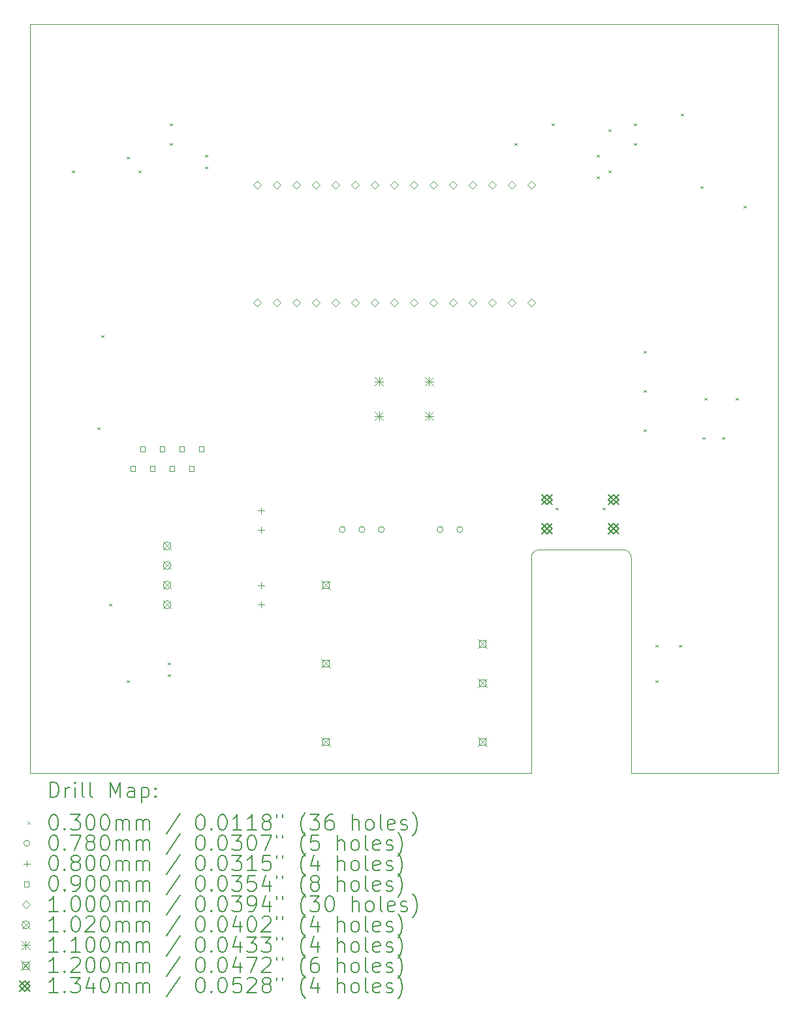
<source format=gbr>
%TF.GenerationSoftware,KiCad,Pcbnew,8.0.8*%
%TF.CreationDate,2025-06-01T20:52:05+02:00*%
%TF.ProjectId,DIYFAN_V1,44495946-414e-45f5-9631-2e6b69636164,rev?*%
%TF.SameCoordinates,Original*%
%TF.FileFunction,Drillmap*%
%TF.FilePolarity,Positive*%
%FSLAX45Y45*%
G04 Gerber Fmt 4.5, Leading zero omitted, Abs format (unit mm)*
G04 Created by KiCad (PCBNEW 8.0.8) date 2025-06-01 20:52:05*
%MOMM*%
%LPD*%
G01*
G04 APERTURE LIST*
%ADD10C,0.050000*%
%ADD11C,0.200000*%
%ADD12C,0.100000*%
%ADD13C,0.102000*%
%ADD14C,0.110000*%
%ADD15C,0.120000*%
%ADD16C,0.134000*%
G04 APERTURE END LIST*
D10*
X17830800Y-13589000D02*
X17830800Y-3886200D01*
X17830800Y-3886200D02*
X8128000Y-3886200D01*
X14630400Y-13589000D02*
X14630400Y-10795000D01*
X14732000Y-10693400D02*
X15824200Y-10693400D01*
X15925800Y-13589000D02*
X17830800Y-13589000D01*
X8128000Y-13589000D02*
X14630400Y-13589000D01*
X15824200Y-10693400D02*
G75*
G02*
X15925800Y-10795000I0J-101600D01*
G01*
X15925800Y-10795000D02*
X15925800Y-13589000D01*
X8128000Y-3886200D02*
X8128000Y-13589000D01*
X14630400Y-10795000D02*
G75*
G02*
X14732000Y-10693400I101600J0D01*
G01*
D11*
D12*
X8671800Y-5776200D02*
X8701800Y-5806200D01*
X8701800Y-5776200D02*
X8671800Y-5806200D01*
X9002000Y-9103600D02*
X9032000Y-9133600D01*
X9032000Y-9103600D02*
X9002000Y-9133600D01*
X9052800Y-7909800D02*
X9082800Y-7939800D01*
X9082800Y-7909800D02*
X9052800Y-7939800D01*
X9154400Y-11389600D02*
X9184400Y-11419600D01*
X9184400Y-11389600D02*
X9154400Y-11419600D01*
X9383000Y-5598400D02*
X9413000Y-5628400D01*
X9413000Y-5598400D02*
X9383000Y-5628400D01*
X9383000Y-12380200D02*
X9413000Y-12410200D01*
X9413000Y-12380200D02*
X9383000Y-12410200D01*
X9535400Y-5776200D02*
X9565400Y-5806200D01*
X9565400Y-5776200D02*
X9535400Y-5806200D01*
X9916400Y-12151600D02*
X9946400Y-12181600D01*
X9946400Y-12151600D02*
X9916400Y-12181600D01*
X9916400Y-12304000D02*
X9946400Y-12334000D01*
X9946400Y-12304000D02*
X9916400Y-12334000D01*
X9941800Y-5166600D02*
X9971800Y-5196600D01*
X9971800Y-5166600D02*
X9941800Y-5196600D01*
X9941800Y-5420600D02*
X9971800Y-5450600D01*
X9971800Y-5420600D02*
X9941800Y-5450600D01*
X10399000Y-5573000D02*
X10429000Y-5603000D01*
X10429000Y-5573000D02*
X10399000Y-5603000D01*
X10399000Y-5725400D02*
X10429000Y-5755400D01*
X10429000Y-5725400D02*
X10399000Y-5755400D01*
X14412200Y-5420600D02*
X14442200Y-5450600D01*
X14442200Y-5420600D02*
X14412200Y-5450600D01*
X14894800Y-5166600D02*
X14924800Y-5196600D01*
X14924800Y-5166600D02*
X14894800Y-5196600D01*
X14945600Y-10145000D02*
X14975600Y-10175000D01*
X14975600Y-10145000D02*
X14945600Y-10175000D01*
X15479000Y-5573000D02*
X15509000Y-5603000D01*
X15509000Y-5573000D02*
X15479000Y-5603000D01*
X15479000Y-5852400D02*
X15509000Y-5882400D01*
X15509000Y-5852400D02*
X15479000Y-5882400D01*
X15555200Y-10145000D02*
X15585200Y-10175000D01*
X15585200Y-10145000D02*
X15555200Y-10175000D01*
X15631400Y-5242800D02*
X15661400Y-5272800D01*
X15661400Y-5242800D02*
X15631400Y-5272800D01*
X15631400Y-5776200D02*
X15661400Y-5806200D01*
X15661400Y-5776200D02*
X15631400Y-5806200D01*
X15961600Y-5166600D02*
X15991600Y-5196600D01*
X15991600Y-5166600D02*
X15961600Y-5196600D01*
X15961600Y-5420600D02*
X15991600Y-5450600D01*
X15991600Y-5420600D02*
X15961600Y-5450600D01*
X16088600Y-8113000D02*
X16118600Y-8143000D01*
X16118600Y-8113000D02*
X16088600Y-8143000D01*
X16088600Y-8621000D02*
X16118600Y-8651000D01*
X16118600Y-8621000D02*
X16088600Y-8651000D01*
X16088600Y-9129000D02*
X16118600Y-9159000D01*
X16118600Y-9129000D02*
X16088600Y-9159000D01*
X16241000Y-11923000D02*
X16271000Y-11953000D01*
X16271000Y-11923000D02*
X16241000Y-11953000D01*
X16241000Y-12380200D02*
X16271000Y-12410200D01*
X16271000Y-12380200D02*
X16241000Y-12410200D01*
X16545800Y-11923000D02*
X16575800Y-11953000D01*
X16575800Y-11923000D02*
X16545800Y-11953000D01*
X16571200Y-5039600D02*
X16601200Y-5069600D01*
X16601200Y-5039600D02*
X16571200Y-5069600D01*
X16825200Y-5979400D02*
X16855200Y-6009400D01*
X16855200Y-5979400D02*
X16825200Y-6009400D01*
X16850600Y-9230600D02*
X16880600Y-9260600D01*
X16880600Y-9230600D02*
X16850600Y-9260600D01*
X16876000Y-8722600D02*
X16906000Y-8752600D01*
X16906000Y-8722600D02*
X16876000Y-8752600D01*
X17104600Y-9230600D02*
X17134600Y-9260600D01*
X17134600Y-9230600D02*
X17104600Y-9260600D01*
X17282400Y-8722600D02*
X17312400Y-8752600D01*
X17312400Y-8722600D02*
X17282400Y-8752600D01*
X17384000Y-6233400D02*
X17414000Y-6263400D01*
X17414000Y-6233400D02*
X17384000Y-6263400D01*
X12216400Y-10431200D02*
G75*
G02*
X12138400Y-10431200I-39000J0D01*
G01*
X12138400Y-10431200D02*
G75*
G02*
X12216400Y-10431200I39000J0D01*
G01*
X12470400Y-10431200D02*
G75*
G02*
X12392400Y-10431200I-39000J0D01*
G01*
X12392400Y-10431200D02*
G75*
G02*
X12470400Y-10431200I39000J0D01*
G01*
X12724400Y-10431200D02*
G75*
G02*
X12646400Y-10431200I-39000J0D01*
G01*
X12646400Y-10431200D02*
G75*
G02*
X12724400Y-10431200I39000J0D01*
G01*
X13486400Y-10431200D02*
G75*
G02*
X13408400Y-10431200I-39000J0D01*
G01*
X13408400Y-10431200D02*
G75*
G02*
X13486400Y-10431200I39000J0D01*
G01*
X13740400Y-10431200D02*
G75*
G02*
X13662400Y-10431200I-39000J0D01*
G01*
X13662400Y-10431200D02*
G75*
G02*
X13740400Y-10431200I39000J0D01*
G01*
X11125200Y-10145400D02*
X11125200Y-10225400D01*
X11085200Y-10185400D02*
X11165200Y-10185400D01*
X11125200Y-10395400D02*
X11125200Y-10475400D01*
X11085200Y-10435400D02*
X11165200Y-10435400D01*
X11125200Y-11114600D02*
X11125200Y-11194600D01*
X11085200Y-11154600D02*
X11165200Y-11154600D01*
X11125200Y-11364600D02*
X11125200Y-11444600D01*
X11085200Y-11404600D02*
X11165200Y-11404600D01*
X9493320Y-9671620D02*
X9493320Y-9607980D01*
X9429680Y-9607980D01*
X9429680Y-9671620D01*
X9493320Y-9671620D01*
X9620320Y-9417620D02*
X9620320Y-9353980D01*
X9556680Y-9353980D01*
X9556680Y-9417620D01*
X9620320Y-9417620D01*
X9747320Y-9671620D02*
X9747320Y-9607980D01*
X9683680Y-9607980D01*
X9683680Y-9671620D01*
X9747320Y-9671620D01*
X9874320Y-9417620D02*
X9874320Y-9353980D01*
X9810680Y-9353980D01*
X9810680Y-9417620D01*
X9874320Y-9417620D01*
X10001320Y-9671620D02*
X10001320Y-9607980D01*
X9937680Y-9607980D01*
X9937680Y-9671620D01*
X10001320Y-9671620D01*
X10128320Y-9417620D02*
X10128320Y-9353980D01*
X10064680Y-9353980D01*
X10064680Y-9417620D01*
X10128320Y-9417620D01*
X10255320Y-9671620D02*
X10255320Y-9607980D01*
X10191680Y-9607980D01*
X10191680Y-9671620D01*
X10255320Y-9671620D01*
X10382320Y-9417620D02*
X10382320Y-9353980D01*
X10318680Y-9353980D01*
X10318680Y-9417620D01*
X10382320Y-9417620D01*
X11074400Y-6018000D02*
X11124400Y-5968000D01*
X11074400Y-5918000D01*
X11024400Y-5968000D01*
X11074400Y-6018000D01*
X11074400Y-7542000D02*
X11124400Y-7492000D01*
X11074400Y-7442000D01*
X11024400Y-7492000D01*
X11074400Y-7542000D01*
X11328400Y-6018000D02*
X11378400Y-5968000D01*
X11328400Y-5918000D01*
X11278400Y-5968000D01*
X11328400Y-6018000D01*
X11328400Y-7542000D02*
X11378400Y-7492000D01*
X11328400Y-7442000D01*
X11278400Y-7492000D01*
X11328400Y-7542000D01*
X11582400Y-6018000D02*
X11632400Y-5968000D01*
X11582400Y-5918000D01*
X11532400Y-5968000D01*
X11582400Y-6018000D01*
X11582400Y-7542000D02*
X11632400Y-7492000D01*
X11582400Y-7442000D01*
X11532400Y-7492000D01*
X11582400Y-7542000D01*
X11836400Y-6018000D02*
X11886400Y-5968000D01*
X11836400Y-5918000D01*
X11786400Y-5968000D01*
X11836400Y-6018000D01*
X11836400Y-7542000D02*
X11886400Y-7492000D01*
X11836400Y-7442000D01*
X11786400Y-7492000D01*
X11836400Y-7542000D01*
X12090400Y-6018000D02*
X12140400Y-5968000D01*
X12090400Y-5918000D01*
X12040400Y-5968000D01*
X12090400Y-6018000D01*
X12090400Y-7542000D02*
X12140400Y-7492000D01*
X12090400Y-7442000D01*
X12040400Y-7492000D01*
X12090400Y-7542000D01*
X12344400Y-6018000D02*
X12394400Y-5968000D01*
X12344400Y-5918000D01*
X12294400Y-5968000D01*
X12344400Y-6018000D01*
X12344400Y-7542000D02*
X12394400Y-7492000D01*
X12344400Y-7442000D01*
X12294400Y-7492000D01*
X12344400Y-7542000D01*
X12598400Y-6018000D02*
X12648400Y-5968000D01*
X12598400Y-5918000D01*
X12548400Y-5968000D01*
X12598400Y-6018000D01*
X12598400Y-7542000D02*
X12648400Y-7492000D01*
X12598400Y-7442000D01*
X12548400Y-7492000D01*
X12598400Y-7542000D01*
X12852400Y-6018000D02*
X12902400Y-5968000D01*
X12852400Y-5918000D01*
X12802400Y-5968000D01*
X12852400Y-6018000D01*
X12852400Y-7542000D02*
X12902400Y-7492000D01*
X12852400Y-7442000D01*
X12802400Y-7492000D01*
X12852400Y-7542000D01*
X13106400Y-6018000D02*
X13156400Y-5968000D01*
X13106400Y-5918000D01*
X13056400Y-5968000D01*
X13106400Y-6018000D01*
X13106400Y-7542000D02*
X13156400Y-7492000D01*
X13106400Y-7442000D01*
X13056400Y-7492000D01*
X13106400Y-7542000D01*
X13360400Y-6018000D02*
X13410400Y-5968000D01*
X13360400Y-5918000D01*
X13310400Y-5968000D01*
X13360400Y-6018000D01*
X13360400Y-7542000D02*
X13410400Y-7492000D01*
X13360400Y-7442000D01*
X13310400Y-7492000D01*
X13360400Y-7542000D01*
X13614400Y-6018000D02*
X13664400Y-5968000D01*
X13614400Y-5918000D01*
X13564400Y-5968000D01*
X13614400Y-6018000D01*
X13614400Y-7542000D02*
X13664400Y-7492000D01*
X13614400Y-7442000D01*
X13564400Y-7492000D01*
X13614400Y-7542000D01*
X13868400Y-6018000D02*
X13918400Y-5968000D01*
X13868400Y-5918000D01*
X13818400Y-5968000D01*
X13868400Y-6018000D01*
X13868400Y-7542000D02*
X13918400Y-7492000D01*
X13868400Y-7442000D01*
X13818400Y-7492000D01*
X13868400Y-7542000D01*
X14122400Y-6018000D02*
X14172400Y-5968000D01*
X14122400Y-5918000D01*
X14072400Y-5968000D01*
X14122400Y-6018000D01*
X14122400Y-7542000D02*
X14172400Y-7492000D01*
X14122400Y-7442000D01*
X14072400Y-7492000D01*
X14122400Y-7542000D01*
X14376400Y-6018000D02*
X14426400Y-5968000D01*
X14376400Y-5918000D01*
X14326400Y-5968000D01*
X14376400Y-6018000D01*
X14376400Y-7542000D02*
X14426400Y-7492000D01*
X14376400Y-7442000D01*
X14326400Y-7492000D01*
X14376400Y-7542000D01*
X14630400Y-6018000D02*
X14680400Y-5968000D01*
X14630400Y-5918000D01*
X14580400Y-5968000D01*
X14630400Y-6018000D01*
X14630400Y-7542000D02*
X14680400Y-7492000D01*
X14630400Y-7442000D01*
X14580400Y-7492000D01*
X14630400Y-7542000D01*
D13*
X9855000Y-10591600D02*
X9957000Y-10693600D01*
X9957000Y-10591600D02*
X9855000Y-10693600D01*
X9957000Y-10642600D02*
G75*
G02*
X9855000Y-10642600I-51000J0D01*
G01*
X9855000Y-10642600D02*
G75*
G02*
X9957000Y-10642600I51000J0D01*
G01*
X9855000Y-10845600D02*
X9957000Y-10947600D01*
X9957000Y-10845600D02*
X9855000Y-10947600D01*
X9957000Y-10896600D02*
G75*
G02*
X9855000Y-10896600I-51000J0D01*
G01*
X9855000Y-10896600D02*
G75*
G02*
X9957000Y-10896600I51000J0D01*
G01*
X9855000Y-11099600D02*
X9957000Y-11201600D01*
X9957000Y-11099600D02*
X9855000Y-11201600D01*
X9957000Y-11150600D02*
G75*
G02*
X9855000Y-11150600I-51000J0D01*
G01*
X9855000Y-11150600D02*
G75*
G02*
X9957000Y-11150600I51000J0D01*
G01*
X9855000Y-11353600D02*
X9957000Y-11455600D01*
X9957000Y-11353600D02*
X9855000Y-11455600D01*
X9957000Y-11404600D02*
G75*
G02*
X9855000Y-11404600I-51000J0D01*
G01*
X9855000Y-11404600D02*
G75*
G02*
X9957000Y-11404600I51000J0D01*
G01*
D14*
X12599400Y-8457600D02*
X12709400Y-8567600D01*
X12709400Y-8457600D02*
X12599400Y-8567600D01*
X12654400Y-8457600D02*
X12654400Y-8567600D01*
X12599400Y-8512600D02*
X12709400Y-8512600D01*
X12599400Y-8907600D02*
X12709400Y-9017600D01*
X12709400Y-8907600D02*
X12599400Y-9017600D01*
X12654400Y-8907600D02*
X12654400Y-9017600D01*
X12599400Y-8962600D02*
X12709400Y-8962600D01*
X13249400Y-8457600D02*
X13359400Y-8567600D01*
X13359400Y-8457600D02*
X13249400Y-8567600D01*
X13304400Y-8457600D02*
X13304400Y-8567600D01*
X13249400Y-8512600D02*
X13359400Y-8512600D01*
X13249400Y-8907600D02*
X13359400Y-9017600D01*
X13359400Y-8907600D02*
X13249400Y-9017600D01*
X13304400Y-8907600D02*
X13304400Y-9017600D01*
X13249400Y-8962600D02*
X13359400Y-8962600D01*
D15*
X11903400Y-11090600D02*
X12023400Y-11210600D01*
X12023400Y-11090600D02*
X11903400Y-11210600D01*
X12005827Y-11193027D02*
X12005827Y-11108173D01*
X11920973Y-11108173D01*
X11920973Y-11193027D01*
X12005827Y-11193027D01*
X11903400Y-12106600D02*
X12023400Y-12226600D01*
X12023400Y-12106600D02*
X11903400Y-12226600D01*
X12005827Y-12209027D02*
X12005827Y-12124173D01*
X11920973Y-12124173D01*
X11920973Y-12209027D01*
X12005827Y-12209027D01*
X11903400Y-13122600D02*
X12023400Y-13242600D01*
X12023400Y-13122600D02*
X11903400Y-13242600D01*
X12005827Y-13225027D02*
X12005827Y-13140173D01*
X11920973Y-13140173D01*
X11920973Y-13225027D01*
X12005827Y-13225027D01*
X13935400Y-11852600D02*
X14055400Y-11972600D01*
X14055400Y-11852600D02*
X13935400Y-11972600D01*
X14037827Y-11955027D02*
X14037827Y-11870173D01*
X13952973Y-11870173D01*
X13952973Y-11955027D01*
X14037827Y-11955027D01*
X13935400Y-12360600D02*
X14055400Y-12480600D01*
X14055400Y-12360600D02*
X13935400Y-12480600D01*
X14037827Y-12463027D02*
X14037827Y-12378173D01*
X13952973Y-12378173D01*
X13952973Y-12463027D01*
X14037827Y-12463027D01*
X13935400Y-13122600D02*
X14055400Y-13242600D01*
X14055400Y-13122600D02*
X13935400Y-13242600D01*
X14037827Y-13225027D02*
X14037827Y-13140173D01*
X13952973Y-13140173D01*
X13952973Y-13225027D01*
X14037827Y-13225027D01*
D16*
X14766400Y-9975800D02*
X14900400Y-10109800D01*
X14900400Y-9975800D02*
X14766400Y-10109800D01*
X14833400Y-10109800D02*
X14900400Y-10042800D01*
X14833400Y-9975800D01*
X14766400Y-10042800D01*
X14833400Y-10109800D01*
X14766400Y-10355800D02*
X14900400Y-10489800D01*
X14900400Y-10355800D02*
X14766400Y-10489800D01*
X14833400Y-10489800D02*
X14900400Y-10422800D01*
X14833400Y-10355800D01*
X14766400Y-10422800D01*
X14833400Y-10489800D01*
X15630400Y-9975800D02*
X15764400Y-10109800D01*
X15764400Y-9975800D02*
X15630400Y-10109800D01*
X15697400Y-10109800D02*
X15764400Y-10042800D01*
X15697400Y-9975800D01*
X15630400Y-10042800D01*
X15697400Y-10109800D01*
X15630400Y-10355800D02*
X15764400Y-10489800D01*
X15764400Y-10355800D02*
X15630400Y-10489800D01*
X15697400Y-10489800D02*
X15764400Y-10422800D01*
X15697400Y-10355800D01*
X15630400Y-10422800D01*
X15697400Y-10489800D01*
D11*
X8386277Y-13902984D02*
X8386277Y-13702984D01*
X8386277Y-13702984D02*
X8433896Y-13702984D01*
X8433896Y-13702984D02*
X8462467Y-13712508D01*
X8462467Y-13712508D02*
X8481515Y-13731555D01*
X8481515Y-13731555D02*
X8491039Y-13750603D01*
X8491039Y-13750603D02*
X8500563Y-13788698D01*
X8500563Y-13788698D02*
X8500563Y-13817269D01*
X8500563Y-13817269D02*
X8491039Y-13855365D01*
X8491039Y-13855365D02*
X8481515Y-13874412D01*
X8481515Y-13874412D02*
X8462467Y-13893460D01*
X8462467Y-13893460D02*
X8433896Y-13902984D01*
X8433896Y-13902984D02*
X8386277Y-13902984D01*
X8586277Y-13902984D02*
X8586277Y-13769650D01*
X8586277Y-13807746D02*
X8595801Y-13788698D01*
X8595801Y-13788698D02*
X8605324Y-13779174D01*
X8605324Y-13779174D02*
X8624372Y-13769650D01*
X8624372Y-13769650D02*
X8643420Y-13769650D01*
X8710086Y-13902984D02*
X8710086Y-13769650D01*
X8710086Y-13702984D02*
X8700563Y-13712508D01*
X8700563Y-13712508D02*
X8710086Y-13722031D01*
X8710086Y-13722031D02*
X8719610Y-13712508D01*
X8719610Y-13712508D02*
X8710086Y-13702984D01*
X8710086Y-13702984D02*
X8710086Y-13722031D01*
X8833896Y-13902984D02*
X8814848Y-13893460D01*
X8814848Y-13893460D02*
X8805324Y-13874412D01*
X8805324Y-13874412D02*
X8805324Y-13702984D01*
X8938658Y-13902984D02*
X8919610Y-13893460D01*
X8919610Y-13893460D02*
X8910086Y-13874412D01*
X8910086Y-13874412D02*
X8910086Y-13702984D01*
X9167229Y-13902984D02*
X9167229Y-13702984D01*
X9167229Y-13702984D02*
X9233896Y-13845841D01*
X9233896Y-13845841D02*
X9300563Y-13702984D01*
X9300563Y-13702984D02*
X9300563Y-13902984D01*
X9481515Y-13902984D02*
X9481515Y-13798222D01*
X9481515Y-13798222D02*
X9471991Y-13779174D01*
X9471991Y-13779174D02*
X9452944Y-13769650D01*
X9452944Y-13769650D02*
X9414848Y-13769650D01*
X9414848Y-13769650D02*
X9395801Y-13779174D01*
X9481515Y-13893460D02*
X9462467Y-13902984D01*
X9462467Y-13902984D02*
X9414848Y-13902984D01*
X9414848Y-13902984D02*
X9395801Y-13893460D01*
X9395801Y-13893460D02*
X9386277Y-13874412D01*
X9386277Y-13874412D02*
X9386277Y-13855365D01*
X9386277Y-13855365D02*
X9395801Y-13836317D01*
X9395801Y-13836317D02*
X9414848Y-13826793D01*
X9414848Y-13826793D02*
X9462467Y-13826793D01*
X9462467Y-13826793D02*
X9481515Y-13817269D01*
X9576753Y-13769650D02*
X9576753Y-13969650D01*
X9576753Y-13779174D02*
X9595801Y-13769650D01*
X9595801Y-13769650D02*
X9633896Y-13769650D01*
X9633896Y-13769650D02*
X9652944Y-13779174D01*
X9652944Y-13779174D02*
X9662467Y-13788698D01*
X9662467Y-13788698D02*
X9671991Y-13807746D01*
X9671991Y-13807746D02*
X9671991Y-13864888D01*
X9671991Y-13864888D02*
X9662467Y-13883936D01*
X9662467Y-13883936D02*
X9652944Y-13893460D01*
X9652944Y-13893460D02*
X9633896Y-13902984D01*
X9633896Y-13902984D02*
X9595801Y-13902984D01*
X9595801Y-13902984D02*
X9576753Y-13893460D01*
X9757705Y-13883936D02*
X9767229Y-13893460D01*
X9767229Y-13893460D02*
X9757705Y-13902984D01*
X9757705Y-13902984D02*
X9748182Y-13893460D01*
X9748182Y-13893460D02*
X9757705Y-13883936D01*
X9757705Y-13883936D02*
X9757705Y-13902984D01*
X9757705Y-13779174D02*
X9767229Y-13788698D01*
X9767229Y-13788698D02*
X9757705Y-13798222D01*
X9757705Y-13798222D02*
X9748182Y-13788698D01*
X9748182Y-13788698D02*
X9757705Y-13779174D01*
X9757705Y-13779174D02*
X9757705Y-13798222D01*
D12*
X8095500Y-14216500D02*
X8125500Y-14246500D01*
X8125500Y-14216500D02*
X8095500Y-14246500D01*
D11*
X8424372Y-14122984D02*
X8443420Y-14122984D01*
X8443420Y-14122984D02*
X8462467Y-14132508D01*
X8462467Y-14132508D02*
X8471991Y-14142031D01*
X8471991Y-14142031D02*
X8481515Y-14161079D01*
X8481515Y-14161079D02*
X8491039Y-14199174D01*
X8491039Y-14199174D02*
X8491039Y-14246793D01*
X8491039Y-14246793D02*
X8481515Y-14284888D01*
X8481515Y-14284888D02*
X8471991Y-14303936D01*
X8471991Y-14303936D02*
X8462467Y-14313460D01*
X8462467Y-14313460D02*
X8443420Y-14322984D01*
X8443420Y-14322984D02*
X8424372Y-14322984D01*
X8424372Y-14322984D02*
X8405324Y-14313460D01*
X8405324Y-14313460D02*
X8395801Y-14303936D01*
X8395801Y-14303936D02*
X8386277Y-14284888D01*
X8386277Y-14284888D02*
X8376753Y-14246793D01*
X8376753Y-14246793D02*
X8376753Y-14199174D01*
X8376753Y-14199174D02*
X8386277Y-14161079D01*
X8386277Y-14161079D02*
X8395801Y-14142031D01*
X8395801Y-14142031D02*
X8405324Y-14132508D01*
X8405324Y-14132508D02*
X8424372Y-14122984D01*
X8576753Y-14303936D02*
X8586277Y-14313460D01*
X8586277Y-14313460D02*
X8576753Y-14322984D01*
X8576753Y-14322984D02*
X8567229Y-14313460D01*
X8567229Y-14313460D02*
X8576753Y-14303936D01*
X8576753Y-14303936D02*
X8576753Y-14322984D01*
X8652944Y-14122984D02*
X8776753Y-14122984D01*
X8776753Y-14122984D02*
X8710086Y-14199174D01*
X8710086Y-14199174D02*
X8738658Y-14199174D01*
X8738658Y-14199174D02*
X8757705Y-14208698D01*
X8757705Y-14208698D02*
X8767229Y-14218222D01*
X8767229Y-14218222D02*
X8776753Y-14237269D01*
X8776753Y-14237269D02*
X8776753Y-14284888D01*
X8776753Y-14284888D02*
X8767229Y-14303936D01*
X8767229Y-14303936D02*
X8757705Y-14313460D01*
X8757705Y-14313460D02*
X8738658Y-14322984D01*
X8738658Y-14322984D02*
X8681515Y-14322984D01*
X8681515Y-14322984D02*
X8662467Y-14313460D01*
X8662467Y-14313460D02*
X8652944Y-14303936D01*
X8900563Y-14122984D02*
X8919610Y-14122984D01*
X8919610Y-14122984D02*
X8938658Y-14132508D01*
X8938658Y-14132508D02*
X8948182Y-14142031D01*
X8948182Y-14142031D02*
X8957705Y-14161079D01*
X8957705Y-14161079D02*
X8967229Y-14199174D01*
X8967229Y-14199174D02*
X8967229Y-14246793D01*
X8967229Y-14246793D02*
X8957705Y-14284888D01*
X8957705Y-14284888D02*
X8948182Y-14303936D01*
X8948182Y-14303936D02*
X8938658Y-14313460D01*
X8938658Y-14313460D02*
X8919610Y-14322984D01*
X8919610Y-14322984D02*
X8900563Y-14322984D01*
X8900563Y-14322984D02*
X8881515Y-14313460D01*
X8881515Y-14313460D02*
X8871991Y-14303936D01*
X8871991Y-14303936D02*
X8862467Y-14284888D01*
X8862467Y-14284888D02*
X8852944Y-14246793D01*
X8852944Y-14246793D02*
X8852944Y-14199174D01*
X8852944Y-14199174D02*
X8862467Y-14161079D01*
X8862467Y-14161079D02*
X8871991Y-14142031D01*
X8871991Y-14142031D02*
X8881515Y-14132508D01*
X8881515Y-14132508D02*
X8900563Y-14122984D01*
X9091039Y-14122984D02*
X9110086Y-14122984D01*
X9110086Y-14122984D02*
X9129134Y-14132508D01*
X9129134Y-14132508D02*
X9138658Y-14142031D01*
X9138658Y-14142031D02*
X9148182Y-14161079D01*
X9148182Y-14161079D02*
X9157705Y-14199174D01*
X9157705Y-14199174D02*
X9157705Y-14246793D01*
X9157705Y-14246793D02*
X9148182Y-14284888D01*
X9148182Y-14284888D02*
X9138658Y-14303936D01*
X9138658Y-14303936D02*
X9129134Y-14313460D01*
X9129134Y-14313460D02*
X9110086Y-14322984D01*
X9110086Y-14322984D02*
X9091039Y-14322984D01*
X9091039Y-14322984D02*
X9071991Y-14313460D01*
X9071991Y-14313460D02*
X9062467Y-14303936D01*
X9062467Y-14303936D02*
X9052944Y-14284888D01*
X9052944Y-14284888D02*
X9043420Y-14246793D01*
X9043420Y-14246793D02*
X9043420Y-14199174D01*
X9043420Y-14199174D02*
X9052944Y-14161079D01*
X9052944Y-14161079D02*
X9062467Y-14142031D01*
X9062467Y-14142031D02*
X9071991Y-14132508D01*
X9071991Y-14132508D02*
X9091039Y-14122984D01*
X9243420Y-14322984D02*
X9243420Y-14189650D01*
X9243420Y-14208698D02*
X9252944Y-14199174D01*
X9252944Y-14199174D02*
X9271991Y-14189650D01*
X9271991Y-14189650D02*
X9300563Y-14189650D01*
X9300563Y-14189650D02*
X9319610Y-14199174D01*
X9319610Y-14199174D02*
X9329134Y-14218222D01*
X9329134Y-14218222D02*
X9329134Y-14322984D01*
X9329134Y-14218222D02*
X9338658Y-14199174D01*
X9338658Y-14199174D02*
X9357705Y-14189650D01*
X9357705Y-14189650D02*
X9386277Y-14189650D01*
X9386277Y-14189650D02*
X9405325Y-14199174D01*
X9405325Y-14199174D02*
X9414848Y-14218222D01*
X9414848Y-14218222D02*
X9414848Y-14322984D01*
X9510086Y-14322984D02*
X9510086Y-14189650D01*
X9510086Y-14208698D02*
X9519610Y-14199174D01*
X9519610Y-14199174D02*
X9538658Y-14189650D01*
X9538658Y-14189650D02*
X9567229Y-14189650D01*
X9567229Y-14189650D02*
X9586277Y-14199174D01*
X9586277Y-14199174D02*
X9595801Y-14218222D01*
X9595801Y-14218222D02*
X9595801Y-14322984D01*
X9595801Y-14218222D02*
X9605325Y-14199174D01*
X9605325Y-14199174D02*
X9624372Y-14189650D01*
X9624372Y-14189650D02*
X9652944Y-14189650D01*
X9652944Y-14189650D02*
X9671991Y-14199174D01*
X9671991Y-14199174D02*
X9681515Y-14218222D01*
X9681515Y-14218222D02*
X9681515Y-14322984D01*
X10071991Y-14113460D02*
X9900563Y-14370603D01*
X10329134Y-14122984D02*
X10348182Y-14122984D01*
X10348182Y-14122984D02*
X10367229Y-14132508D01*
X10367229Y-14132508D02*
X10376753Y-14142031D01*
X10376753Y-14142031D02*
X10386277Y-14161079D01*
X10386277Y-14161079D02*
X10395801Y-14199174D01*
X10395801Y-14199174D02*
X10395801Y-14246793D01*
X10395801Y-14246793D02*
X10386277Y-14284888D01*
X10386277Y-14284888D02*
X10376753Y-14303936D01*
X10376753Y-14303936D02*
X10367229Y-14313460D01*
X10367229Y-14313460D02*
X10348182Y-14322984D01*
X10348182Y-14322984D02*
X10329134Y-14322984D01*
X10329134Y-14322984D02*
X10310087Y-14313460D01*
X10310087Y-14313460D02*
X10300563Y-14303936D01*
X10300563Y-14303936D02*
X10291039Y-14284888D01*
X10291039Y-14284888D02*
X10281515Y-14246793D01*
X10281515Y-14246793D02*
X10281515Y-14199174D01*
X10281515Y-14199174D02*
X10291039Y-14161079D01*
X10291039Y-14161079D02*
X10300563Y-14142031D01*
X10300563Y-14142031D02*
X10310087Y-14132508D01*
X10310087Y-14132508D02*
X10329134Y-14122984D01*
X10481515Y-14303936D02*
X10491039Y-14313460D01*
X10491039Y-14313460D02*
X10481515Y-14322984D01*
X10481515Y-14322984D02*
X10471991Y-14313460D01*
X10471991Y-14313460D02*
X10481515Y-14303936D01*
X10481515Y-14303936D02*
X10481515Y-14322984D01*
X10614848Y-14122984D02*
X10633896Y-14122984D01*
X10633896Y-14122984D02*
X10652944Y-14132508D01*
X10652944Y-14132508D02*
X10662468Y-14142031D01*
X10662468Y-14142031D02*
X10671991Y-14161079D01*
X10671991Y-14161079D02*
X10681515Y-14199174D01*
X10681515Y-14199174D02*
X10681515Y-14246793D01*
X10681515Y-14246793D02*
X10671991Y-14284888D01*
X10671991Y-14284888D02*
X10662468Y-14303936D01*
X10662468Y-14303936D02*
X10652944Y-14313460D01*
X10652944Y-14313460D02*
X10633896Y-14322984D01*
X10633896Y-14322984D02*
X10614848Y-14322984D01*
X10614848Y-14322984D02*
X10595801Y-14313460D01*
X10595801Y-14313460D02*
X10586277Y-14303936D01*
X10586277Y-14303936D02*
X10576753Y-14284888D01*
X10576753Y-14284888D02*
X10567229Y-14246793D01*
X10567229Y-14246793D02*
X10567229Y-14199174D01*
X10567229Y-14199174D02*
X10576753Y-14161079D01*
X10576753Y-14161079D02*
X10586277Y-14142031D01*
X10586277Y-14142031D02*
X10595801Y-14132508D01*
X10595801Y-14132508D02*
X10614848Y-14122984D01*
X10871991Y-14322984D02*
X10757706Y-14322984D01*
X10814848Y-14322984D02*
X10814848Y-14122984D01*
X10814848Y-14122984D02*
X10795801Y-14151555D01*
X10795801Y-14151555D02*
X10776753Y-14170603D01*
X10776753Y-14170603D02*
X10757706Y-14180127D01*
X11062468Y-14322984D02*
X10948182Y-14322984D01*
X11005325Y-14322984D02*
X11005325Y-14122984D01*
X11005325Y-14122984D02*
X10986277Y-14151555D01*
X10986277Y-14151555D02*
X10967229Y-14170603D01*
X10967229Y-14170603D02*
X10948182Y-14180127D01*
X11176753Y-14208698D02*
X11157706Y-14199174D01*
X11157706Y-14199174D02*
X11148182Y-14189650D01*
X11148182Y-14189650D02*
X11138658Y-14170603D01*
X11138658Y-14170603D02*
X11138658Y-14161079D01*
X11138658Y-14161079D02*
X11148182Y-14142031D01*
X11148182Y-14142031D02*
X11157706Y-14132508D01*
X11157706Y-14132508D02*
X11176753Y-14122984D01*
X11176753Y-14122984D02*
X11214848Y-14122984D01*
X11214848Y-14122984D02*
X11233896Y-14132508D01*
X11233896Y-14132508D02*
X11243420Y-14142031D01*
X11243420Y-14142031D02*
X11252944Y-14161079D01*
X11252944Y-14161079D02*
X11252944Y-14170603D01*
X11252944Y-14170603D02*
X11243420Y-14189650D01*
X11243420Y-14189650D02*
X11233896Y-14199174D01*
X11233896Y-14199174D02*
X11214848Y-14208698D01*
X11214848Y-14208698D02*
X11176753Y-14208698D01*
X11176753Y-14208698D02*
X11157706Y-14218222D01*
X11157706Y-14218222D02*
X11148182Y-14227746D01*
X11148182Y-14227746D02*
X11138658Y-14246793D01*
X11138658Y-14246793D02*
X11138658Y-14284888D01*
X11138658Y-14284888D02*
X11148182Y-14303936D01*
X11148182Y-14303936D02*
X11157706Y-14313460D01*
X11157706Y-14313460D02*
X11176753Y-14322984D01*
X11176753Y-14322984D02*
X11214848Y-14322984D01*
X11214848Y-14322984D02*
X11233896Y-14313460D01*
X11233896Y-14313460D02*
X11243420Y-14303936D01*
X11243420Y-14303936D02*
X11252944Y-14284888D01*
X11252944Y-14284888D02*
X11252944Y-14246793D01*
X11252944Y-14246793D02*
X11243420Y-14227746D01*
X11243420Y-14227746D02*
X11233896Y-14218222D01*
X11233896Y-14218222D02*
X11214848Y-14208698D01*
X11329134Y-14122984D02*
X11329134Y-14161079D01*
X11405325Y-14122984D02*
X11405325Y-14161079D01*
X11700563Y-14399174D02*
X11691039Y-14389650D01*
X11691039Y-14389650D02*
X11671991Y-14361079D01*
X11671991Y-14361079D02*
X11662468Y-14342031D01*
X11662468Y-14342031D02*
X11652944Y-14313460D01*
X11652944Y-14313460D02*
X11643420Y-14265841D01*
X11643420Y-14265841D02*
X11643420Y-14227746D01*
X11643420Y-14227746D02*
X11652944Y-14180127D01*
X11652944Y-14180127D02*
X11662468Y-14151555D01*
X11662468Y-14151555D02*
X11671991Y-14132508D01*
X11671991Y-14132508D02*
X11691039Y-14103936D01*
X11691039Y-14103936D02*
X11700563Y-14094412D01*
X11757706Y-14122984D02*
X11881515Y-14122984D01*
X11881515Y-14122984D02*
X11814848Y-14199174D01*
X11814848Y-14199174D02*
X11843420Y-14199174D01*
X11843420Y-14199174D02*
X11862468Y-14208698D01*
X11862468Y-14208698D02*
X11871991Y-14218222D01*
X11871991Y-14218222D02*
X11881515Y-14237269D01*
X11881515Y-14237269D02*
X11881515Y-14284888D01*
X11881515Y-14284888D02*
X11871991Y-14303936D01*
X11871991Y-14303936D02*
X11862468Y-14313460D01*
X11862468Y-14313460D02*
X11843420Y-14322984D01*
X11843420Y-14322984D02*
X11786277Y-14322984D01*
X11786277Y-14322984D02*
X11767229Y-14313460D01*
X11767229Y-14313460D02*
X11757706Y-14303936D01*
X12052944Y-14122984D02*
X12014848Y-14122984D01*
X12014848Y-14122984D02*
X11995801Y-14132508D01*
X11995801Y-14132508D02*
X11986277Y-14142031D01*
X11986277Y-14142031D02*
X11967229Y-14170603D01*
X11967229Y-14170603D02*
X11957706Y-14208698D01*
X11957706Y-14208698D02*
X11957706Y-14284888D01*
X11957706Y-14284888D02*
X11967229Y-14303936D01*
X11967229Y-14303936D02*
X11976753Y-14313460D01*
X11976753Y-14313460D02*
X11995801Y-14322984D01*
X11995801Y-14322984D02*
X12033896Y-14322984D01*
X12033896Y-14322984D02*
X12052944Y-14313460D01*
X12052944Y-14313460D02*
X12062468Y-14303936D01*
X12062468Y-14303936D02*
X12071991Y-14284888D01*
X12071991Y-14284888D02*
X12071991Y-14237269D01*
X12071991Y-14237269D02*
X12062468Y-14218222D01*
X12062468Y-14218222D02*
X12052944Y-14208698D01*
X12052944Y-14208698D02*
X12033896Y-14199174D01*
X12033896Y-14199174D02*
X11995801Y-14199174D01*
X11995801Y-14199174D02*
X11976753Y-14208698D01*
X11976753Y-14208698D02*
X11967229Y-14218222D01*
X11967229Y-14218222D02*
X11957706Y-14237269D01*
X12310087Y-14322984D02*
X12310087Y-14122984D01*
X12395801Y-14322984D02*
X12395801Y-14218222D01*
X12395801Y-14218222D02*
X12386277Y-14199174D01*
X12386277Y-14199174D02*
X12367230Y-14189650D01*
X12367230Y-14189650D02*
X12338658Y-14189650D01*
X12338658Y-14189650D02*
X12319610Y-14199174D01*
X12319610Y-14199174D02*
X12310087Y-14208698D01*
X12519610Y-14322984D02*
X12500563Y-14313460D01*
X12500563Y-14313460D02*
X12491039Y-14303936D01*
X12491039Y-14303936D02*
X12481515Y-14284888D01*
X12481515Y-14284888D02*
X12481515Y-14227746D01*
X12481515Y-14227746D02*
X12491039Y-14208698D01*
X12491039Y-14208698D02*
X12500563Y-14199174D01*
X12500563Y-14199174D02*
X12519610Y-14189650D01*
X12519610Y-14189650D02*
X12548182Y-14189650D01*
X12548182Y-14189650D02*
X12567230Y-14199174D01*
X12567230Y-14199174D02*
X12576753Y-14208698D01*
X12576753Y-14208698D02*
X12586277Y-14227746D01*
X12586277Y-14227746D02*
X12586277Y-14284888D01*
X12586277Y-14284888D02*
X12576753Y-14303936D01*
X12576753Y-14303936D02*
X12567230Y-14313460D01*
X12567230Y-14313460D02*
X12548182Y-14322984D01*
X12548182Y-14322984D02*
X12519610Y-14322984D01*
X12700563Y-14322984D02*
X12681515Y-14313460D01*
X12681515Y-14313460D02*
X12671991Y-14294412D01*
X12671991Y-14294412D02*
X12671991Y-14122984D01*
X12852944Y-14313460D02*
X12833896Y-14322984D01*
X12833896Y-14322984D02*
X12795801Y-14322984D01*
X12795801Y-14322984D02*
X12776753Y-14313460D01*
X12776753Y-14313460D02*
X12767230Y-14294412D01*
X12767230Y-14294412D02*
X12767230Y-14218222D01*
X12767230Y-14218222D02*
X12776753Y-14199174D01*
X12776753Y-14199174D02*
X12795801Y-14189650D01*
X12795801Y-14189650D02*
X12833896Y-14189650D01*
X12833896Y-14189650D02*
X12852944Y-14199174D01*
X12852944Y-14199174D02*
X12862468Y-14218222D01*
X12862468Y-14218222D02*
X12862468Y-14237269D01*
X12862468Y-14237269D02*
X12767230Y-14256317D01*
X12938658Y-14313460D02*
X12957706Y-14322984D01*
X12957706Y-14322984D02*
X12995801Y-14322984D01*
X12995801Y-14322984D02*
X13014849Y-14313460D01*
X13014849Y-14313460D02*
X13024372Y-14294412D01*
X13024372Y-14294412D02*
X13024372Y-14284888D01*
X13024372Y-14284888D02*
X13014849Y-14265841D01*
X13014849Y-14265841D02*
X12995801Y-14256317D01*
X12995801Y-14256317D02*
X12967230Y-14256317D01*
X12967230Y-14256317D02*
X12948182Y-14246793D01*
X12948182Y-14246793D02*
X12938658Y-14227746D01*
X12938658Y-14227746D02*
X12938658Y-14218222D01*
X12938658Y-14218222D02*
X12948182Y-14199174D01*
X12948182Y-14199174D02*
X12967230Y-14189650D01*
X12967230Y-14189650D02*
X12995801Y-14189650D01*
X12995801Y-14189650D02*
X13014849Y-14199174D01*
X13091039Y-14399174D02*
X13100563Y-14389650D01*
X13100563Y-14389650D02*
X13119611Y-14361079D01*
X13119611Y-14361079D02*
X13129134Y-14342031D01*
X13129134Y-14342031D02*
X13138658Y-14313460D01*
X13138658Y-14313460D02*
X13148182Y-14265841D01*
X13148182Y-14265841D02*
X13148182Y-14227746D01*
X13148182Y-14227746D02*
X13138658Y-14180127D01*
X13138658Y-14180127D02*
X13129134Y-14151555D01*
X13129134Y-14151555D02*
X13119611Y-14132508D01*
X13119611Y-14132508D02*
X13100563Y-14103936D01*
X13100563Y-14103936D02*
X13091039Y-14094412D01*
D12*
X8125500Y-14495500D02*
G75*
G02*
X8047500Y-14495500I-39000J0D01*
G01*
X8047500Y-14495500D02*
G75*
G02*
X8125500Y-14495500I39000J0D01*
G01*
D11*
X8424372Y-14386984D02*
X8443420Y-14386984D01*
X8443420Y-14386984D02*
X8462467Y-14396508D01*
X8462467Y-14396508D02*
X8471991Y-14406031D01*
X8471991Y-14406031D02*
X8481515Y-14425079D01*
X8481515Y-14425079D02*
X8491039Y-14463174D01*
X8491039Y-14463174D02*
X8491039Y-14510793D01*
X8491039Y-14510793D02*
X8481515Y-14548888D01*
X8481515Y-14548888D02*
X8471991Y-14567936D01*
X8471991Y-14567936D02*
X8462467Y-14577460D01*
X8462467Y-14577460D02*
X8443420Y-14586984D01*
X8443420Y-14586984D02*
X8424372Y-14586984D01*
X8424372Y-14586984D02*
X8405324Y-14577460D01*
X8405324Y-14577460D02*
X8395801Y-14567936D01*
X8395801Y-14567936D02*
X8386277Y-14548888D01*
X8386277Y-14548888D02*
X8376753Y-14510793D01*
X8376753Y-14510793D02*
X8376753Y-14463174D01*
X8376753Y-14463174D02*
X8386277Y-14425079D01*
X8386277Y-14425079D02*
X8395801Y-14406031D01*
X8395801Y-14406031D02*
X8405324Y-14396508D01*
X8405324Y-14396508D02*
X8424372Y-14386984D01*
X8576753Y-14567936D02*
X8586277Y-14577460D01*
X8586277Y-14577460D02*
X8576753Y-14586984D01*
X8576753Y-14586984D02*
X8567229Y-14577460D01*
X8567229Y-14577460D02*
X8576753Y-14567936D01*
X8576753Y-14567936D02*
X8576753Y-14586984D01*
X8652944Y-14386984D02*
X8786277Y-14386984D01*
X8786277Y-14386984D02*
X8700563Y-14586984D01*
X8891039Y-14472698D02*
X8871991Y-14463174D01*
X8871991Y-14463174D02*
X8862467Y-14453650D01*
X8862467Y-14453650D02*
X8852944Y-14434603D01*
X8852944Y-14434603D02*
X8852944Y-14425079D01*
X8852944Y-14425079D02*
X8862467Y-14406031D01*
X8862467Y-14406031D02*
X8871991Y-14396508D01*
X8871991Y-14396508D02*
X8891039Y-14386984D01*
X8891039Y-14386984D02*
X8929134Y-14386984D01*
X8929134Y-14386984D02*
X8948182Y-14396508D01*
X8948182Y-14396508D02*
X8957705Y-14406031D01*
X8957705Y-14406031D02*
X8967229Y-14425079D01*
X8967229Y-14425079D02*
X8967229Y-14434603D01*
X8967229Y-14434603D02*
X8957705Y-14453650D01*
X8957705Y-14453650D02*
X8948182Y-14463174D01*
X8948182Y-14463174D02*
X8929134Y-14472698D01*
X8929134Y-14472698D02*
X8891039Y-14472698D01*
X8891039Y-14472698D02*
X8871991Y-14482222D01*
X8871991Y-14482222D02*
X8862467Y-14491746D01*
X8862467Y-14491746D02*
X8852944Y-14510793D01*
X8852944Y-14510793D02*
X8852944Y-14548888D01*
X8852944Y-14548888D02*
X8862467Y-14567936D01*
X8862467Y-14567936D02*
X8871991Y-14577460D01*
X8871991Y-14577460D02*
X8891039Y-14586984D01*
X8891039Y-14586984D02*
X8929134Y-14586984D01*
X8929134Y-14586984D02*
X8948182Y-14577460D01*
X8948182Y-14577460D02*
X8957705Y-14567936D01*
X8957705Y-14567936D02*
X8967229Y-14548888D01*
X8967229Y-14548888D02*
X8967229Y-14510793D01*
X8967229Y-14510793D02*
X8957705Y-14491746D01*
X8957705Y-14491746D02*
X8948182Y-14482222D01*
X8948182Y-14482222D02*
X8929134Y-14472698D01*
X9091039Y-14386984D02*
X9110086Y-14386984D01*
X9110086Y-14386984D02*
X9129134Y-14396508D01*
X9129134Y-14396508D02*
X9138658Y-14406031D01*
X9138658Y-14406031D02*
X9148182Y-14425079D01*
X9148182Y-14425079D02*
X9157705Y-14463174D01*
X9157705Y-14463174D02*
X9157705Y-14510793D01*
X9157705Y-14510793D02*
X9148182Y-14548888D01*
X9148182Y-14548888D02*
X9138658Y-14567936D01*
X9138658Y-14567936D02*
X9129134Y-14577460D01*
X9129134Y-14577460D02*
X9110086Y-14586984D01*
X9110086Y-14586984D02*
X9091039Y-14586984D01*
X9091039Y-14586984D02*
X9071991Y-14577460D01*
X9071991Y-14577460D02*
X9062467Y-14567936D01*
X9062467Y-14567936D02*
X9052944Y-14548888D01*
X9052944Y-14548888D02*
X9043420Y-14510793D01*
X9043420Y-14510793D02*
X9043420Y-14463174D01*
X9043420Y-14463174D02*
X9052944Y-14425079D01*
X9052944Y-14425079D02*
X9062467Y-14406031D01*
X9062467Y-14406031D02*
X9071991Y-14396508D01*
X9071991Y-14396508D02*
X9091039Y-14386984D01*
X9243420Y-14586984D02*
X9243420Y-14453650D01*
X9243420Y-14472698D02*
X9252944Y-14463174D01*
X9252944Y-14463174D02*
X9271991Y-14453650D01*
X9271991Y-14453650D02*
X9300563Y-14453650D01*
X9300563Y-14453650D02*
X9319610Y-14463174D01*
X9319610Y-14463174D02*
X9329134Y-14482222D01*
X9329134Y-14482222D02*
X9329134Y-14586984D01*
X9329134Y-14482222D02*
X9338658Y-14463174D01*
X9338658Y-14463174D02*
X9357705Y-14453650D01*
X9357705Y-14453650D02*
X9386277Y-14453650D01*
X9386277Y-14453650D02*
X9405325Y-14463174D01*
X9405325Y-14463174D02*
X9414848Y-14482222D01*
X9414848Y-14482222D02*
X9414848Y-14586984D01*
X9510086Y-14586984D02*
X9510086Y-14453650D01*
X9510086Y-14472698D02*
X9519610Y-14463174D01*
X9519610Y-14463174D02*
X9538658Y-14453650D01*
X9538658Y-14453650D02*
X9567229Y-14453650D01*
X9567229Y-14453650D02*
X9586277Y-14463174D01*
X9586277Y-14463174D02*
X9595801Y-14482222D01*
X9595801Y-14482222D02*
X9595801Y-14586984D01*
X9595801Y-14482222D02*
X9605325Y-14463174D01*
X9605325Y-14463174D02*
X9624372Y-14453650D01*
X9624372Y-14453650D02*
X9652944Y-14453650D01*
X9652944Y-14453650D02*
X9671991Y-14463174D01*
X9671991Y-14463174D02*
X9681515Y-14482222D01*
X9681515Y-14482222D02*
X9681515Y-14586984D01*
X10071991Y-14377460D02*
X9900563Y-14634603D01*
X10329134Y-14386984D02*
X10348182Y-14386984D01*
X10348182Y-14386984D02*
X10367229Y-14396508D01*
X10367229Y-14396508D02*
X10376753Y-14406031D01*
X10376753Y-14406031D02*
X10386277Y-14425079D01*
X10386277Y-14425079D02*
X10395801Y-14463174D01*
X10395801Y-14463174D02*
X10395801Y-14510793D01*
X10395801Y-14510793D02*
X10386277Y-14548888D01*
X10386277Y-14548888D02*
X10376753Y-14567936D01*
X10376753Y-14567936D02*
X10367229Y-14577460D01*
X10367229Y-14577460D02*
X10348182Y-14586984D01*
X10348182Y-14586984D02*
X10329134Y-14586984D01*
X10329134Y-14586984D02*
X10310087Y-14577460D01*
X10310087Y-14577460D02*
X10300563Y-14567936D01*
X10300563Y-14567936D02*
X10291039Y-14548888D01*
X10291039Y-14548888D02*
X10281515Y-14510793D01*
X10281515Y-14510793D02*
X10281515Y-14463174D01*
X10281515Y-14463174D02*
X10291039Y-14425079D01*
X10291039Y-14425079D02*
X10300563Y-14406031D01*
X10300563Y-14406031D02*
X10310087Y-14396508D01*
X10310087Y-14396508D02*
X10329134Y-14386984D01*
X10481515Y-14567936D02*
X10491039Y-14577460D01*
X10491039Y-14577460D02*
X10481515Y-14586984D01*
X10481515Y-14586984D02*
X10471991Y-14577460D01*
X10471991Y-14577460D02*
X10481515Y-14567936D01*
X10481515Y-14567936D02*
X10481515Y-14586984D01*
X10614848Y-14386984D02*
X10633896Y-14386984D01*
X10633896Y-14386984D02*
X10652944Y-14396508D01*
X10652944Y-14396508D02*
X10662468Y-14406031D01*
X10662468Y-14406031D02*
X10671991Y-14425079D01*
X10671991Y-14425079D02*
X10681515Y-14463174D01*
X10681515Y-14463174D02*
X10681515Y-14510793D01*
X10681515Y-14510793D02*
X10671991Y-14548888D01*
X10671991Y-14548888D02*
X10662468Y-14567936D01*
X10662468Y-14567936D02*
X10652944Y-14577460D01*
X10652944Y-14577460D02*
X10633896Y-14586984D01*
X10633896Y-14586984D02*
X10614848Y-14586984D01*
X10614848Y-14586984D02*
X10595801Y-14577460D01*
X10595801Y-14577460D02*
X10586277Y-14567936D01*
X10586277Y-14567936D02*
X10576753Y-14548888D01*
X10576753Y-14548888D02*
X10567229Y-14510793D01*
X10567229Y-14510793D02*
X10567229Y-14463174D01*
X10567229Y-14463174D02*
X10576753Y-14425079D01*
X10576753Y-14425079D02*
X10586277Y-14406031D01*
X10586277Y-14406031D02*
X10595801Y-14396508D01*
X10595801Y-14396508D02*
X10614848Y-14386984D01*
X10748182Y-14386984D02*
X10871991Y-14386984D01*
X10871991Y-14386984D02*
X10805325Y-14463174D01*
X10805325Y-14463174D02*
X10833896Y-14463174D01*
X10833896Y-14463174D02*
X10852944Y-14472698D01*
X10852944Y-14472698D02*
X10862468Y-14482222D01*
X10862468Y-14482222D02*
X10871991Y-14501269D01*
X10871991Y-14501269D02*
X10871991Y-14548888D01*
X10871991Y-14548888D02*
X10862468Y-14567936D01*
X10862468Y-14567936D02*
X10852944Y-14577460D01*
X10852944Y-14577460D02*
X10833896Y-14586984D01*
X10833896Y-14586984D02*
X10776753Y-14586984D01*
X10776753Y-14586984D02*
X10757706Y-14577460D01*
X10757706Y-14577460D02*
X10748182Y-14567936D01*
X10995801Y-14386984D02*
X11014849Y-14386984D01*
X11014849Y-14386984D02*
X11033896Y-14396508D01*
X11033896Y-14396508D02*
X11043420Y-14406031D01*
X11043420Y-14406031D02*
X11052944Y-14425079D01*
X11052944Y-14425079D02*
X11062468Y-14463174D01*
X11062468Y-14463174D02*
X11062468Y-14510793D01*
X11062468Y-14510793D02*
X11052944Y-14548888D01*
X11052944Y-14548888D02*
X11043420Y-14567936D01*
X11043420Y-14567936D02*
X11033896Y-14577460D01*
X11033896Y-14577460D02*
X11014849Y-14586984D01*
X11014849Y-14586984D02*
X10995801Y-14586984D01*
X10995801Y-14586984D02*
X10976753Y-14577460D01*
X10976753Y-14577460D02*
X10967229Y-14567936D01*
X10967229Y-14567936D02*
X10957706Y-14548888D01*
X10957706Y-14548888D02*
X10948182Y-14510793D01*
X10948182Y-14510793D02*
X10948182Y-14463174D01*
X10948182Y-14463174D02*
X10957706Y-14425079D01*
X10957706Y-14425079D02*
X10967229Y-14406031D01*
X10967229Y-14406031D02*
X10976753Y-14396508D01*
X10976753Y-14396508D02*
X10995801Y-14386984D01*
X11129134Y-14386984D02*
X11262467Y-14386984D01*
X11262467Y-14386984D02*
X11176753Y-14586984D01*
X11329134Y-14386984D02*
X11329134Y-14425079D01*
X11405325Y-14386984D02*
X11405325Y-14425079D01*
X11700563Y-14663174D02*
X11691039Y-14653650D01*
X11691039Y-14653650D02*
X11671991Y-14625079D01*
X11671991Y-14625079D02*
X11662468Y-14606031D01*
X11662468Y-14606031D02*
X11652944Y-14577460D01*
X11652944Y-14577460D02*
X11643420Y-14529841D01*
X11643420Y-14529841D02*
X11643420Y-14491746D01*
X11643420Y-14491746D02*
X11652944Y-14444127D01*
X11652944Y-14444127D02*
X11662468Y-14415555D01*
X11662468Y-14415555D02*
X11671991Y-14396508D01*
X11671991Y-14396508D02*
X11691039Y-14367936D01*
X11691039Y-14367936D02*
X11700563Y-14358412D01*
X11871991Y-14386984D02*
X11776753Y-14386984D01*
X11776753Y-14386984D02*
X11767229Y-14482222D01*
X11767229Y-14482222D02*
X11776753Y-14472698D01*
X11776753Y-14472698D02*
X11795801Y-14463174D01*
X11795801Y-14463174D02*
X11843420Y-14463174D01*
X11843420Y-14463174D02*
X11862468Y-14472698D01*
X11862468Y-14472698D02*
X11871991Y-14482222D01*
X11871991Y-14482222D02*
X11881515Y-14501269D01*
X11881515Y-14501269D02*
X11881515Y-14548888D01*
X11881515Y-14548888D02*
X11871991Y-14567936D01*
X11871991Y-14567936D02*
X11862468Y-14577460D01*
X11862468Y-14577460D02*
X11843420Y-14586984D01*
X11843420Y-14586984D02*
X11795801Y-14586984D01*
X11795801Y-14586984D02*
X11776753Y-14577460D01*
X11776753Y-14577460D02*
X11767229Y-14567936D01*
X12119610Y-14586984D02*
X12119610Y-14386984D01*
X12205325Y-14586984D02*
X12205325Y-14482222D01*
X12205325Y-14482222D02*
X12195801Y-14463174D01*
X12195801Y-14463174D02*
X12176753Y-14453650D01*
X12176753Y-14453650D02*
X12148182Y-14453650D01*
X12148182Y-14453650D02*
X12129134Y-14463174D01*
X12129134Y-14463174D02*
X12119610Y-14472698D01*
X12329134Y-14586984D02*
X12310087Y-14577460D01*
X12310087Y-14577460D02*
X12300563Y-14567936D01*
X12300563Y-14567936D02*
X12291039Y-14548888D01*
X12291039Y-14548888D02*
X12291039Y-14491746D01*
X12291039Y-14491746D02*
X12300563Y-14472698D01*
X12300563Y-14472698D02*
X12310087Y-14463174D01*
X12310087Y-14463174D02*
X12329134Y-14453650D01*
X12329134Y-14453650D02*
X12357706Y-14453650D01*
X12357706Y-14453650D02*
X12376753Y-14463174D01*
X12376753Y-14463174D02*
X12386277Y-14472698D01*
X12386277Y-14472698D02*
X12395801Y-14491746D01*
X12395801Y-14491746D02*
X12395801Y-14548888D01*
X12395801Y-14548888D02*
X12386277Y-14567936D01*
X12386277Y-14567936D02*
X12376753Y-14577460D01*
X12376753Y-14577460D02*
X12357706Y-14586984D01*
X12357706Y-14586984D02*
X12329134Y-14586984D01*
X12510087Y-14586984D02*
X12491039Y-14577460D01*
X12491039Y-14577460D02*
X12481515Y-14558412D01*
X12481515Y-14558412D02*
X12481515Y-14386984D01*
X12662468Y-14577460D02*
X12643420Y-14586984D01*
X12643420Y-14586984D02*
X12605325Y-14586984D01*
X12605325Y-14586984D02*
X12586277Y-14577460D01*
X12586277Y-14577460D02*
X12576753Y-14558412D01*
X12576753Y-14558412D02*
X12576753Y-14482222D01*
X12576753Y-14482222D02*
X12586277Y-14463174D01*
X12586277Y-14463174D02*
X12605325Y-14453650D01*
X12605325Y-14453650D02*
X12643420Y-14453650D01*
X12643420Y-14453650D02*
X12662468Y-14463174D01*
X12662468Y-14463174D02*
X12671991Y-14482222D01*
X12671991Y-14482222D02*
X12671991Y-14501269D01*
X12671991Y-14501269D02*
X12576753Y-14520317D01*
X12748182Y-14577460D02*
X12767230Y-14586984D01*
X12767230Y-14586984D02*
X12805325Y-14586984D01*
X12805325Y-14586984D02*
X12824372Y-14577460D01*
X12824372Y-14577460D02*
X12833896Y-14558412D01*
X12833896Y-14558412D02*
X12833896Y-14548888D01*
X12833896Y-14548888D02*
X12824372Y-14529841D01*
X12824372Y-14529841D02*
X12805325Y-14520317D01*
X12805325Y-14520317D02*
X12776753Y-14520317D01*
X12776753Y-14520317D02*
X12757706Y-14510793D01*
X12757706Y-14510793D02*
X12748182Y-14491746D01*
X12748182Y-14491746D02*
X12748182Y-14482222D01*
X12748182Y-14482222D02*
X12757706Y-14463174D01*
X12757706Y-14463174D02*
X12776753Y-14453650D01*
X12776753Y-14453650D02*
X12805325Y-14453650D01*
X12805325Y-14453650D02*
X12824372Y-14463174D01*
X12900563Y-14663174D02*
X12910087Y-14653650D01*
X12910087Y-14653650D02*
X12929134Y-14625079D01*
X12929134Y-14625079D02*
X12938658Y-14606031D01*
X12938658Y-14606031D02*
X12948182Y-14577460D01*
X12948182Y-14577460D02*
X12957706Y-14529841D01*
X12957706Y-14529841D02*
X12957706Y-14491746D01*
X12957706Y-14491746D02*
X12948182Y-14444127D01*
X12948182Y-14444127D02*
X12938658Y-14415555D01*
X12938658Y-14415555D02*
X12929134Y-14396508D01*
X12929134Y-14396508D02*
X12910087Y-14367936D01*
X12910087Y-14367936D02*
X12900563Y-14358412D01*
D12*
X8085500Y-14719500D02*
X8085500Y-14799500D01*
X8045500Y-14759500D02*
X8125500Y-14759500D01*
D11*
X8424372Y-14650984D02*
X8443420Y-14650984D01*
X8443420Y-14650984D02*
X8462467Y-14660508D01*
X8462467Y-14660508D02*
X8471991Y-14670031D01*
X8471991Y-14670031D02*
X8481515Y-14689079D01*
X8481515Y-14689079D02*
X8491039Y-14727174D01*
X8491039Y-14727174D02*
X8491039Y-14774793D01*
X8491039Y-14774793D02*
X8481515Y-14812888D01*
X8481515Y-14812888D02*
X8471991Y-14831936D01*
X8471991Y-14831936D02*
X8462467Y-14841460D01*
X8462467Y-14841460D02*
X8443420Y-14850984D01*
X8443420Y-14850984D02*
X8424372Y-14850984D01*
X8424372Y-14850984D02*
X8405324Y-14841460D01*
X8405324Y-14841460D02*
X8395801Y-14831936D01*
X8395801Y-14831936D02*
X8386277Y-14812888D01*
X8386277Y-14812888D02*
X8376753Y-14774793D01*
X8376753Y-14774793D02*
X8376753Y-14727174D01*
X8376753Y-14727174D02*
X8386277Y-14689079D01*
X8386277Y-14689079D02*
X8395801Y-14670031D01*
X8395801Y-14670031D02*
X8405324Y-14660508D01*
X8405324Y-14660508D02*
X8424372Y-14650984D01*
X8576753Y-14831936D02*
X8586277Y-14841460D01*
X8586277Y-14841460D02*
X8576753Y-14850984D01*
X8576753Y-14850984D02*
X8567229Y-14841460D01*
X8567229Y-14841460D02*
X8576753Y-14831936D01*
X8576753Y-14831936D02*
X8576753Y-14850984D01*
X8700563Y-14736698D02*
X8681515Y-14727174D01*
X8681515Y-14727174D02*
X8671991Y-14717650D01*
X8671991Y-14717650D02*
X8662467Y-14698603D01*
X8662467Y-14698603D02*
X8662467Y-14689079D01*
X8662467Y-14689079D02*
X8671991Y-14670031D01*
X8671991Y-14670031D02*
X8681515Y-14660508D01*
X8681515Y-14660508D02*
X8700563Y-14650984D01*
X8700563Y-14650984D02*
X8738658Y-14650984D01*
X8738658Y-14650984D02*
X8757705Y-14660508D01*
X8757705Y-14660508D02*
X8767229Y-14670031D01*
X8767229Y-14670031D02*
X8776753Y-14689079D01*
X8776753Y-14689079D02*
X8776753Y-14698603D01*
X8776753Y-14698603D02*
X8767229Y-14717650D01*
X8767229Y-14717650D02*
X8757705Y-14727174D01*
X8757705Y-14727174D02*
X8738658Y-14736698D01*
X8738658Y-14736698D02*
X8700563Y-14736698D01*
X8700563Y-14736698D02*
X8681515Y-14746222D01*
X8681515Y-14746222D02*
X8671991Y-14755746D01*
X8671991Y-14755746D02*
X8662467Y-14774793D01*
X8662467Y-14774793D02*
X8662467Y-14812888D01*
X8662467Y-14812888D02*
X8671991Y-14831936D01*
X8671991Y-14831936D02*
X8681515Y-14841460D01*
X8681515Y-14841460D02*
X8700563Y-14850984D01*
X8700563Y-14850984D02*
X8738658Y-14850984D01*
X8738658Y-14850984D02*
X8757705Y-14841460D01*
X8757705Y-14841460D02*
X8767229Y-14831936D01*
X8767229Y-14831936D02*
X8776753Y-14812888D01*
X8776753Y-14812888D02*
X8776753Y-14774793D01*
X8776753Y-14774793D02*
X8767229Y-14755746D01*
X8767229Y-14755746D02*
X8757705Y-14746222D01*
X8757705Y-14746222D02*
X8738658Y-14736698D01*
X8900563Y-14650984D02*
X8919610Y-14650984D01*
X8919610Y-14650984D02*
X8938658Y-14660508D01*
X8938658Y-14660508D02*
X8948182Y-14670031D01*
X8948182Y-14670031D02*
X8957705Y-14689079D01*
X8957705Y-14689079D02*
X8967229Y-14727174D01*
X8967229Y-14727174D02*
X8967229Y-14774793D01*
X8967229Y-14774793D02*
X8957705Y-14812888D01*
X8957705Y-14812888D02*
X8948182Y-14831936D01*
X8948182Y-14831936D02*
X8938658Y-14841460D01*
X8938658Y-14841460D02*
X8919610Y-14850984D01*
X8919610Y-14850984D02*
X8900563Y-14850984D01*
X8900563Y-14850984D02*
X8881515Y-14841460D01*
X8881515Y-14841460D02*
X8871991Y-14831936D01*
X8871991Y-14831936D02*
X8862467Y-14812888D01*
X8862467Y-14812888D02*
X8852944Y-14774793D01*
X8852944Y-14774793D02*
X8852944Y-14727174D01*
X8852944Y-14727174D02*
X8862467Y-14689079D01*
X8862467Y-14689079D02*
X8871991Y-14670031D01*
X8871991Y-14670031D02*
X8881515Y-14660508D01*
X8881515Y-14660508D02*
X8900563Y-14650984D01*
X9091039Y-14650984D02*
X9110086Y-14650984D01*
X9110086Y-14650984D02*
X9129134Y-14660508D01*
X9129134Y-14660508D02*
X9138658Y-14670031D01*
X9138658Y-14670031D02*
X9148182Y-14689079D01*
X9148182Y-14689079D02*
X9157705Y-14727174D01*
X9157705Y-14727174D02*
X9157705Y-14774793D01*
X9157705Y-14774793D02*
X9148182Y-14812888D01*
X9148182Y-14812888D02*
X9138658Y-14831936D01*
X9138658Y-14831936D02*
X9129134Y-14841460D01*
X9129134Y-14841460D02*
X9110086Y-14850984D01*
X9110086Y-14850984D02*
X9091039Y-14850984D01*
X9091039Y-14850984D02*
X9071991Y-14841460D01*
X9071991Y-14841460D02*
X9062467Y-14831936D01*
X9062467Y-14831936D02*
X9052944Y-14812888D01*
X9052944Y-14812888D02*
X9043420Y-14774793D01*
X9043420Y-14774793D02*
X9043420Y-14727174D01*
X9043420Y-14727174D02*
X9052944Y-14689079D01*
X9052944Y-14689079D02*
X9062467Y-14670031D01*
X9062467Y-14670031D02*
X9071991Y-14660508D01*
X9071991Y-14660508D02*
X9091039Y-14650984D01*
X9243420Y-14850984D02*
X9243420Y-14717650D01*
X9243420Y-14736698D02*
X9252944Y-14727174D01*
X9252944Y-14727174D02*
X9271991Y-14717650D01*
X9271991Y-14717650D02*
X9300563Y-14717650D01*
X9300563Y-14717650D02*
X9319610Y-14727174D01*
X9319610Y-14727174D02*
X9329134Y-14746222D01*
X9329134Y-14746222D02*
X9329134Y-14850984D01*
X9329134Y-14746222D02*
X9338658Y-14727174D01*
X9338658Y-14727174D02*
X9357705Y-14717650D01*
X9357705Y-14717650D02*
X9386277Y-14717650D01*
X9386277Y-14717650D02*
X9405325Y-14727174D01*
X9405325Y-14727174D02*
X9414848Y-14746222D01*
X9414848Y-14746222D02*
X9414848Y-14850984D01*
X9510086Y-14850984D02*
X9510086Y-14717650D01*
X9510086Y-14736698D02*
X9519610Y-14727174D01*
X9519610Y-14727174D02*
X9538658Y-14717650D01*
X9538658Y-14717650D02*
X9567229Y-14717650D01*
X9567229Y-14717650D02*
X9586277Y-14727174D01*
X9586277Y-14727174D02*
X9595801Y-14746222D01*
X9595801Y-14746222D02*
X9595801Y-14850984D01*
X9595801Y-14746222D02*
X9605325Y-14727174D01*
X9605325Y-14727174D02*
X9624372Y-14717650D01*
X9624372Y-14717650D02*
X9652944Y-14717650D01*
X9652944Y-14717650D02*
X9671991Y-14727174D01*
X9671991Y-14727174D02*
X9681515Y-14746222D01*
X9681515Y-14746222D02*
X9681515Y-14850984D01*
X10071991Y-14641460D02*
X9900563Y-14898603D01*
X10329134Y-14650984D02*
X10348182Y-14650984D01*
X10348182Y-14650984D02*
X10367229Y-14660508D01*
X10367229Y-14660508D02*
X10376753Y-14670031D01*
X10376753Y-14670031D02*
X10386277Y-14689079D01*
X10386277Y-14689079D02*
X10395801Y-14727174D01*
X10395801Y-14727174D02*
X10395801Y-14774793D01*
X10395801Y-14774793D02*
X10386277Y-14812888D01*
X10386277Y-14812888D02*
X10376753Y-14831936D01*
X10376753Y-14831936D02*
X10367229Y-14841460D01*
X10367229Y-14841460D02*
X10348182Y-14850984D01*
X10348182Y-14850984D02*
X10329134Y-14850984D01*
X10329134Y-14850984D02*
X10310087Y-14841460D01*
X10310087Y-14841460D02*
X10300563Y-14831936D01*
X10300563Y-14831936D02*
X10291039Y-14812888D01*
X10291039Y-14812888D02*
X10281515Y-14774793D01*
X10281515Y-14774793D02*
X10281515Y-14727174D01*
X10281515Y-14727174D02*
X10291039Y-14689079D01*
X10291039Y-14689079D02*
X10300563Y-14670031D01*
X10300563Y-14670031D02*
X10310087Y-14660508D01*
X10310087Y-14660508D02*
X10329134Y-14650984D01*
X10481515Y-14831936D02*
X10491039Y-14841460D01*
X10491039Y-14841460D02*
X10481515Y-14850984D01*
X10481515Y-14850984D02*
X10471991Y-14841460D01*
X10471991Y-14841460D02*
X10481515Y-14831936D01*
X10481515Y-14831936D02*
X10481515Y-14850984D01*
X10614848Y-14650984D02*
X10633896Y-14650984D01*
X10633896Y-14650984D02*
X10652944Y-14660508D01*
X10652944Y-14660508D02*
X10662468Y-14670031D01*
X10662468Y-14670031D02*
X10671991Y-14689079D01*
X10671991Y-14689079D02*
X10681515Y-14727174D01*
X10681515Y-14727174D02*
X10681515Y-14774793D01*
X10681515Y-14774793D02*
X10671991Y-14812888D01*
X10671991Y-14812888D02*
X10662468Y-14831936D01*
X10662468Y-14831936D02*
X10652944Y-14841460D01*
X10652944Y-14841460D02*
X10633896Y-14850984D01*
X10633896Y-14850984D02*
X10614848Y-14850984D01*
X10614848Y-14850984D02*
X10595801Y-14841460D01*
X10595801Y-14841460D02*
X10586277Y-14831936D01*
X10586277Y-14831936D02*
X10576753Y-14812888D01*
X10576753Y-14812888D02*
X10567229Y-14774793D01*
X10567229Y-14774793D02*
X10567229Y-14727174D01*
X10567229Y-14727174D02*
X10576753Y-14689079D01*
X10576753Y-14689079D02*
X10586277Y-14670031D01*
X10586277Y-14670031D02*
X10595801Y-14660508D01*
X10595801Y-14660508D02*
X10614848Y-14650984D01*
X10748182Y-14650984D02*
X10871991Y-14650984D01*
X10871991Y-14650984D02*
X10805325Y-14727174D01*
X10805325Y-14727174D02*
X10833896Y-14727174D01*
X10833896Y-14727174D02*
X10852944Y-14736698D01*
X10852944Y-14736698D02*
X10862468Y-14746222D01*
X10862468Y-14746222D02*
X10871991Y-14765269D01*
X10871991Y-14765269D02*
X10871991Y-14812888D01*
X10871991Y-14812888D02*
X10862468Y-14831936D01*
X10862468Y-14831936D02*
X10852944Y-14841460D01*
X10852944Y-14841460D02*
X10833896Y-14850984D01*
X10833896Y-14850984D02*
X10776753Y-14850984D01*
X10776753Y-14850984D02*
X10757706Y-14841460D01*
X10757706Y-14841460D02*
X10748182Y-14831936D01*
X11062468Y-14850984D02*
X10948182Y-14850984D01*
X11005325Y-14850984D02*
X11005325Y-14650984D01*
X11005325Y-14650984D02*
X10986277Y-14679555D01*
X10986277Y-14679555D02*
X10967229Y-14698603D01*
X10967229Y-14698603D02*
X10948182Y-14708127D01*
X11243420Y-14650984D02*
X11148182Y-14650984D01*
X11148182Y-14650984D02*
X11138658Y-14746222D01*
X11138658Y-14746222D02*
X11148182Y-14736698D01*
X11148182Y-14736698D02*
X11167229Y-14727174D01*
X11167229Y-14727174D02*
X11214848Y-14727174D01*
X11214848Y-14727174D02*
X11233896Y-14736698D01*
X11233896Y-14736698D02*
X11243420Y-14746222D01*
X11243420Y-14746222D02*
X11252944Y-14765269D01*
X11252944Y-14765269D02*
X11252944Y-14812888D01*
X11252944Y-14812888D02*
X11243420Y-14831936D01*
X11243420Y-14831936D02*
X11233896Y-14841460D01*
X11233896Y-14841460D02*
X11214848Y-14850984D01*
X11214848Y-14850984D02*
X11167229Y-14850984D01*
X11167229Y-14850984D02*
X11148182Y-14841460D01*
X11148182Y-14841460D02*
X11138658Y-14831936D01*
X11329134Y-14650984D02*
X11329134Y-14689079D01*
X11405325Y-14650984D02*
X11405325Y-14689079D01*
X11700563Y-14927174D02*
X11691039Y-14917650D01*
X11691039Y-14917650D02*
X11671991Y-14889079D01*
X11671991Y-14889079D02*
X11662468Y-14870031D01*
X11662468Y-14870031D02*
X11652944Y-14841460D01*
X11652944Y-14841460D02*
X11643420Y-14793841D01*
X11643420Y-14793841D02*
X11643420Y-14755746D01*
X11643420Y-14755746D02*
X11652944Y-14708127D01*
X11652944Y-14708127D02*
X11662468Y-14679555D01*
X11662468Y-14679555D02*
X11671991Y-14660508D01*
X11671991Y-14660508D02*
X11691039Y-14631936D01*
X11691039Y-14631936D02*
X11700563Y-14622412D01*
X11862468Y-14717650D02*
X11862468Y-14850984D01*
X11814848Y-14641460D02*
X11767229Y-14784317D01*
X11767229Y-14784317D02*
X11891039Y-14784317D01*
X12119610Y-14850984D02*
X12119610Y-14650984D01*
X12205325Y-14850984D02*
X12205325Y-14746222D01*
X12205325Y-14746222D02*
X12195801Y-14727174D01*
X12195801Y-14727174D02*
X12176753Y-14717650D01*
X12176753Y-14717650D02*
X12148182Y-14717650D01*
X12148182Y-14717650D02*
X12129134Y-14727174D01*
X12129134Y-14727174D02*
X12119610Y-14736698D01*
X12329134Y-14850984D02*
X12310087Y-14841460D01*
X12310087Y-14841460D02*
X12300563Y-14831936D01*
X12300563Y-14831936D02*
X12291039Y-14812888D01*
X12291039Y-14812888D02*
X12291039Y-14755746D01*
X12291039Y-14755746D02*
X12300563Y-14736698D01*
X12300563Y-14736698D02*
X12310087Y-14727174D01*
X12310087Y-14727174D02*
X12329134Y-14717650D01*
X12329134Y-14717650D02*
X12357706Y-14717650D01*
X12357706Y-14717650D02*
X12376753Y-14727174D01*
X12376753Y-14727174D02*
X12386277Y-14736698D01*
X12386277Y-14736698D02*
X12395801Y-14755746D01*
X12395801Y-14755746D02*
X12395801Y-14812888D01*
X12395801Y-14812888D02*
X12386277Y-14831936D01*
X12386277Y-14831936D02*
X12376753Y-14841460D01*
X12376753Y-14841460D02*
X12357706Y-14850984D01*
X12357706Y-14850984D02*
X12329134Y-14850984D01*
X12510087Y-14850984D02*
X12491039Y-14841460D01*
X12491039Y-14841460D02*
X12481515Y-14822412D01*
X12481515Y-14822412D02*
X12481515Y-14650984D01*
X12662468Y-14841460D02*
X12643420Y-14850984D01*
X12643420Y-14850984D02*
X12605325Y-14850984D01*
X12605325Y-14850984D02*
X12586277Y-14841460D01*
X12586277Y-14841460D02*
X12576753Y-14822412D01*
X12576753Y-14822412D02*
X12576753Y-14746222D01*
X12576753Y-14746222D02*
X12586277Y-14727174D01*
X12586277Y-14727174D02*
X12605325Y-14717650D01*
X12605325Y-14717650D02*
X12643420Y-14717650D01*
X12643420Y-14717650D02*
X12662468Y-14727174D01*
X12662468Y-14727174D02*
X12671991Y-14746222D01*
X12671991Y-14746222D02*
X12671991Y-14765269D01*
X12671991Y-14765269D02*
X12576753Y-14784317D01*
X12748182Y-14841460D02*
X12767230Y-14850984D01*
X12767230Y-14850984D02*
X12805325Y-14850984D01*
X12805325Y-14850984D02*
X12824372Y-14841460D01*
X12824372Y-14841460D02*
X12833896Y-14822412D01*
X12833896Y-14822412D02*
X12833896Y-14812888D01*
X12833896Y-14812888D02*
X12824372Y-14793841D01*
X12824372Y-14793841D02*
X12805325Y-14784317D01*
X12805325Y-14784317D02*
X12776753Y-14784317D01*
X12776753Y-14784317D02*
X12757706Y-14774793D01*
X12757706Y-14774793D02*
X12748182Y-14755746D01*
X12748182Y-14755746D02*
X12748182Y-14746222D01*
X12748182Y-14746222D02*
X12757706Y-14727174D01*
X12757706Y-14727174D02*
X12776753Y-14717650D01*
X12776753Y-14717650D02*
X12805325Y-14717650D01*
X12805325Y-14717650D02*
X12824372Y-14727174D01*
X12900563Y-14927174D02*
X12910087Y-14917650D01*
X12910087Y-14917650D02*
X12929134Y-14889079D01*
X12929134Y-14889079D02*
X12938658Y-14870031D01*
X12938658Y-14870031D02*
X12948182Y-14841460D01*
X12948182Y-14841460D02*
X12957706Y-14793841D01*
X12957706Y-14793841D02*
X12957706Y-14755746D01*
X12957706Y-14755746D02*
X12948182Y-14708127D01*
X12948182Y-14708127D02*
X12938658Y-14679555D01*
X12938658Y-14679555D02*
X12929134Y-14660508D01*
X12929134Y-14660508D02*
X12910087Y-14631936D01*
X12910087Y-14631936D02*
X12900563Y-14622412D01*
D12*
X8112320Y-15055320D02*
X8112320Y-14991680D01*
X8048680Y-14991680D01*
X8048680Y-15055320D01*
X8112320Y-15055320D01*
D11*
X8424372Y-14914984D02*
X8443420Y-14914984D01*
X8443420Y-14914984D02*
X8462467Y-14924508D01*
X8462467Y-14924508D02*
X8471991Y-14934031D01*
X8471991Y-14934031D02*
X8481515Y-14953079D01*
X8481515Y-14953079D02*
X8491039Y-14991174D01*
X8491039Y-14991174D02*
X8491039Y-15038793D01*
X8491039Y-15038793D02*
X8481515Y-15076888D01*
X8481515Y-15076888D02*
X8471991Y-15095936D01*
X8471991Y-15095936D02*
X8462467Y-15105460D01*
X8462467Y-15105460D02*
X8443420Y-15114984D01*
X8443420Y-15114984D02*
X8424372Y-15114984D01*
X8424372Y-15114984D02*
X8405324Y-15105460D01*
X8405324Y-15105460D02*
X8395801Y-15095936D01*
X8395801Y-15095936D02*
X8386277Y-15076888D01*
X8386277Y-15076888D02*
X8376753Y-15038793D01*
X8376753Y-15038793D02*
X8376753Y-14991174D01*
X8376753Y-14991174D02*
X8386277Y-14953079D01*
X8386277Y-14953079D02*
X8395801Y-14934031D01*
X8395801Y-14934031D02*
X8405324Y-14924508D01*
X8405324Y-14924508D02*
X8424372Y-14914984D01*
X8576753Y-15095936D02*
X8586277Y-15105460D01*
X8586277Y-15105460D02*
X8576753Y-15114984D01*
X8576753Y-15114984D02*
X8567229Y-15105460D01*
X8567229Y-15105460D02*
X8576753Y-15095936D01*
X8576753Y-15095936D02*
X8576753Y-15114984D01*
X8681515Y-15114984D02*
X8719610Y-15114984D01*
X8719610Y-15114984D02*
X8738658Y-15105460D01*
X8738658Y-15105460D02*
X8748182Y-15095936D01*
X8748182Y-15095936D02*
X8767229Y-15067365D01*
X8767229Y-15067365D02*
X8776753Y-15029269D01*
X8776753Y-15029269D02*
X8776753Y-14953079D01*
X8776753Y-14953079D02*
X8767229Y-14934031D01*
X8767229Y-14934031D02*
X8757705Y-14924508D01*
X8757705Y-14924508D02*
X8738658Y-14914984D01*
X8738658Y-14914984D02*
X8700563Y-14914984D01*
X8700563Y-14914984D02*
X8681515Y-14924508D01*
X8681515Y-14924508D02*
X8671991Y-14934031D01*
X8671991Y-14934031D02*
X8662467Y-14953079D01*
X8662467Y-14953079D02*
X8662467Y-15000698D01*
X8662467Y-15000698D02*
X8671991Y-15019746D01*
X8671991Y-15019746D02*
X8681515Y-15029269D01*
X8681515Y-15029269D02*
X8700563Y-15038793D01*
X8700563Y-15038793D02*
X8738658Y-15038793D01*
X8738658Y-15038793D02*
X8757705Y-15029269D01*
X8757705Y-15029269D02*
X8767229Y-15019746D01*
X8767229Y-15019746D02*
X8776753Y-15000698D01*
X8900563Y-14914984D02*
X8919610Y-14914984D01*
X8919610Y-14914984D02*
X8938658Y-14924508D01*
X8938658Y-14924508D02*
X8948182Y-14934031D01*
X8948182Y-14934031D02*
X8957705Y-14953079D01*
X8957705Y-14953079D02*
X8967229Y-14991174D01*
X8967229Y-14991174D02*
X8967229Y-15038793D01*
X8967229Y-15038793D02*
X8957705Y-15076888D01*
X8957705Y-15076888D02*
X8948182Y-15095936D01*
X8948182Y-15095936D02*
X8938658Y-15105460D01*
X8938658Y-15105460D02*
X8919610Y-15114984D01*
X8919610Y-15114984D02*
X8900563Y-15114984D01*
X8900563Y-15114984D02*
X8881515Y-15105460D01*
X8881515Y-15105460D02*
X8871991Y-15095936D01*
X8871991Y-15095936D02*
X8862467Y-15076888D01*
X8862467Y-15076888D02*
X8852944Y-15038793D01*
X8852944Y-15038793D02*
X8852944Y-14991174D01*
X8852944Y-14991174D02*
X8862467Y-14953079D01*
X8862467Y-14953079D02*
X8871991Y-14934031D01*
X8871991Y-14934031D02*
X8881515Y-14924508D01*
X8881515Y-14924508D02*
X8900563Y-14914984D01*
X9091039Y-14914984D02*
X9110086Y-14914984D01*
X9110086Y-14914984D02*
X9129134Y-14924508D01*
X9129134Y-14924508D02*
X9138658Y-14934031D01*
X9138658Y-14934031D02*
X9148182Y-14953079D01*
X9148182Y-14953079D02*
X9157705Y-14991174D01*
X9157705Y-14991174D02*
X9157705Y-15038793D01*
X9157705Y-15038793D02*
X9148182Y-15076888D01*
X9148182Y-15076888D02*
X9138658Y-15095936D01*
X9138658Y-15095936D02*
X9129134Y-15105460D01*
X9129134Y-15105460D02*
X9110086Y-15114984D01*
X9110086Y-15114984D02*
X9091039Y-15114984D01*
X9091039Y-15114984D02*
X9071991Y-15105460D01*
X9071991Y-15105460D02*
X9062467Y-15095936D01*
X9062467Y-15095936D02*
X9052944Y-15076888D01*
X9052944Y-15076888D02*
X9043420Y-15038793D01*
X9043420Y-15038793D02*
X9043420Y-14991174D01*
X9043420Y-14991174D02*
X9052944Y-14953079D01*
X9052944Y-14953079D02*
X9062467Y-14934031D01*
X9062467Y-14934031D02*
X9071991Y-14924508D01*
X9071991Y-14924508D02*
X9091039Y-14914984D01*
X9243420Y-15114984D02*
X9243420Y-14981650D01*
X9243420Y-15000698D02*
X9252944Y-14991174D01*
X9252944Y-14991174D02*
X9271991Y-14981650D01*
X9271991Y-14981650D02*
X9300563Y-14981650D01*
X9300563Y-14981650D02*
X9319610Y-14991174D01*
X9319610Y-14991174D02*
X9329134Y-15010222D01*
X9329134Y-15010222D02*
X9329134Y-15114984D01*
X9329134Y-15010222D02*
X9338658Y-14991174D01*
X9338658Y-14991174D02*
X9357705Y-14981650D01*
X9357705Y-14981650D02*
X9386277Y-14981650D01*
X9386277Y-14981650D02*
X9405325Y-14991174D01*
X9405325Y-14991174D02*
X9414848Y-15010222D01*
X9414848Y-15010222D02*
X9414848Y-15114984D01*
X9510086Y-15114984D02*
X9510086Y-14981650D01*
X9510086Y-15000698D02*
X9519610Y-14991174D01*
X9519610Y-14991174D02*
X9538658Y-14981650D01*
X9538658Y-14981650D02*
X9567229Y-14981650D01*
X9567229Y-14981650D02*
X9586277Y-14991174D01*
X9586277Y-14991174D02*
X9595801Y-15010222D01*
X9595801Y-15010222D02*
X9595801Y-15114984D01*
X9595801Y-15010222D02*
X9605325Y-14991174D01*
X9605325Y-14991174D02*
X9624372Y-14981650D01*
X9624372Y-14981650D02*
X9652944Y-14981650D01*
X9652944Y-14981650D02*
X9671991Y-14991174D01*
X9671991Y-14991174D02*
X9681515Y-15010222D01*
X9681515Y-15010222D02*
X9681515Y-15114984D01*
X10071991Y-14905460D02*
X9900563Y-15162603D01*
X10329134Y-14914984D02*
X10348182Y-14914984D01*
X10348182Y-14914984D02*
X10367229Y-14924508D01*
X10367229Y-14924508D02*
X10376753Y-14934031D01*
X10376753Y-14934031D02*
X10386277Y-14953079D01*
X10386277Y-14953079D02*
X10395801Y-14991174D01*
X10395801Y-14991174D02*
X10395801Y-15038793D01*
X10395801Y-15038793D02*
X10386277Y-15076888D01*
X10386277Y-15076888D02*
X10376753Y-15095936D01*
X10376753Y-15095936D02*
X10367229Y-15105460D01*
X10367229Y-15105460D02*
X10348182Y-15114984D01*
X10348182Y-15114984D02*
X10329134Y-15114984D01*
X10329134Y-15114984D02*
X10310087Y-15105460D01*
X10310087Y-15105460D02*
X10300563Y-15095936D01*
X10300563Y-15095936D02*
X10291039Y-15076888D01*
X10291039Y-15076888D02*
X10281515Y-15038793D01*
X10281515Y-15038793D02*
X10281515Y-14991174D01*
X10281515Y-14991174D02*
X10291039Y-14953079D01*
X10291039Y-14953079D02*
X10300563Y-14934031D01*
X10300563Y-14934031D02*
X10310087Y-14924508D01*
X10310087Y-14924508D02*
X10329134Y-14914984D01*
X10481515Y-15095936D02*
X10491039Y-15105460D01*
X10491039Y-15105460D02*
X10481515Y-15114984D01*
X10481515Y-15114984D02*
X10471991Y-15105460D01*
X10471991Y-15105460D02*
X10481515Y-15095936D01*
X10481515Y-15095936D02*
X10481515Y-15114984D01*
X10614848Y-14914984D02*
X10633896Y-14914984D01*
X10633896Y-14914984D02*
X10652944Y-14924508D01*
X10652944Y-14924508D02*
X10662468Y-14934031D01*
X10662468Y-14934031D02*
X10671991Y-14953079D01*
X10671991Y-14953079D02*
X10681515Y-14991174D01*
X10681515Y-14991174D02*
X10681515Y-15038793D01*
X10681515Y-15038793D02*
X10671991Y-15076888D01*
X10671991Y-15076888D02*
X10662468Y-15095936D01*
X10662468Y-15095936D02*
X10652944Y-15105460D01*
X10652944Y-15105460D02*
X10633896Y-15114984D01*
X10633896Y-15114984D02*
X10614848Y-15114984D01*
X10614848Y-15114984D02*
X10595801Y-15105460D01*
X10595801Y-15105460D02*
X10586277Y-15095936D01*
X10586277Y-15095936D02*
X10576753Y-15076888D01*
X10576753Y-15076888D02*
X10567229Y-15038793D01*
X10567229Y-15038793D02*
X10567229Y-14991174D01*
X10567229Y-14991174D02*
X10576753Y-14953079D01*
X10576753Y-14953079D02*
X10586277Y-14934031D01*
X10586277Y-14934031D02*
X10595801Y-14924508D01*
X10595801Y-14924508D02*
X10614848Y-14914984D01*
X10748182Y-14914984D02*
X10871991Y-14914984D01*
X10871991Y-14914984D02*
X10805325Y-14991174D01*
X10805325Y-14991174D02*
X10833896Y-14991174D01*
X10833896Y-14991174D02*
X10852944Y-15000698D01*
X10852944Y-15000698D02*
X10862468Y-15010222D01*
X10862468Y-15010222D02*
X10871991Y-15029269D01*
X10871991Y-15029269D02*
X10871991Y-15076888D01*
X10871991Y-15076888D02*
X10862468Y-15095936D01*
X10862468Y-15095936D02*
X10852944Y-15105460D01*
X10852944Y-15105460D02*
X10833896Y-15114984D01*
X10833896Y-15114984D02*
X10776753Y-15114984D01*
X10776753Y-15114984D02*
X10757706Y-15105460D01*
X10757706Y-15105460D02*
X10748182Y-15095936D01*
X11052944Y-14914984D02*
X10957706Y-14914984D01*
X10957706Y-14914984D02*
X10948182Y-15010222D01*
X10948182Y-15010222D02*
X10957706Y-15000698D01*
X10957706Y-15000698D02*
X10976753Y-14991174D01*
X10976753Y-14991174D02*
X11024372Y-14991174D01*
X11024372Y-14991174D02*
X11043420Y-15000698D01*
X11043420Y-15000698D02*
X11052944Y-15010222D01*
X11052944Y-15010222D02*
X11062468Y-15029269D01*
X11062468Y-15029269D02*
X11062468Y-15076888D01*
X11062468Y-15076888D02*
X11052944Y-15095936D01*
X11052944Y-15095936D02*
X11043420Y-15105460D01*
X11043420Y-15105460D02*
X11024372Y-15114984D01*
X11024372Y-15114984D02*
X10976753Y-15114984D01*
X10976753Y-15114984D02*
X10957706Y-15105460D01*
X10957706Y-15105460D02*
X10948182Y-15095936D01*
X11233896Y-14981650D02*
X11233896Y-15114984D01*
X11186277Y-14905460D02*
X11138658Y-15048317D01*
X11138658Y-15048317D02*
X11262467Y-15048317D01*
X11329134Y-14914984D02*
X11329134Y-14953079D01*
X11405325Y-14914984D02*
X11405325Y-14953079D01*
X11700563Y-15191174D02*
X11691039Y-15181650D01*
X11691039Y-15181650D02*
X11671991Y-15153079D01*
X11671991Y-15153079D02*
X11662468Y-15134031D01*
X11662468Y-15134031D02*
X11652944Y-15105460D01*
X11652944Y-15105460D02*
X11643420Y-15057841D01*
X11643420Y-15057841D02*
X11643420Y-15019746D01*
X11643420Y-15019746D02*
X11652944Y-14972127D01*
X11652944Y-14972127D02*
X11662468Y-14943555D01*
X11662468Y-14943555D02*
X11671991Y-14924508D01*
X11671991Y-14924508D02*
X11691039Y-14895936D01*
X11691039Y-14895936D02*
X11700563Y-14886412D01*
X11805325Y-15000698D02*
X11786277Y-14991174D01*
X11786277Y-14991174D02*
X11776753Y-14981650D01*
X11776753Y-14981650D02*
X11767229Y-14962603D01*
X11767229Y-14962603D02*
X11767229Y-14953079D01*
X11767229Y-14953079D02*
X11776753Y-14934031D01*
X11776753Y-14934031D02*
X11786277Y-14924508D01*
X11786277Y-14924508D02*
X11805325Y-14914984D01*
X11805325Y-14914984D02*
X11843420Y-14914984D01*
X11843420Y-14914984D02*
X11862468Y-14924508D01*
X11862468Y-14924508D02*
X11871991Y-14934031D01*
X11871991Y-14934031D02*
X11881515Y-14953079D01*
X11881515Y-14953079D02*
X11881515Y-14962603D01*
X11881515Y-14962603D02*
X11871991Y-14981650D01*
X11871991Y-14981650D02*
X11862468Y-14991174D01*
X11862468Y-14991174D02*
X11843420Y-15000698D01*
X11843420Y-15000698D02*
X11805325Y-15000698D01*
X11805325Y-15000698D02*
X11786277Y-15010222D01*
X11786277Y-15010222D02*
X11776753Y-15019746D01*
X11776753Y-15019746D02*
X11767229Y-15038793D01*
X11767229Y-15038793D02*
X11767229Y-15076888D01*
X11767229Y-15076888D02*
X11776753Y-15095936D01*
X11776753Y-15095936D02*
X11786277Y-15105460D01*
X11786277Y-15105460D02*
X11805325Y-15114984D01*
X11805325Y-15114984D02*
X11843420Y-15114984D01*
X11843420Y-15114984D02*
X11862468Y-15105460D01*
X11862468Y-15105460D02*
X11871991Y-15095936D01*
X11871991Y-15095936D02*
X11881515Y-15076888D01*
X11881515Y-15076888D02*
X11881515Y-15038793D01*
X11881515Y-15038793D02*
X11871991Y-15019746D01*
X11871991Y-15019746D02*
X11862468Y-15010222D01*
X11862468Y-15010222D02*
X11843420Y-15000698D01*
X12119610Y-15114984D02*
X12119610Y-14914984D01*
X12205325Y-15114984D02*
X12205325Y-15010222D01*
X12205325Y-15010222D02*
X12195801Y-14991174D01*
X12195801Y-14991174D02*
X12176753Y-14981650D01*
X12176753Y-14981650D02*
X12148182Y-14981650D01*
X12148182Y-14981650D02*
X12129134Y-14991174D01*
X12129134Y-14991174D02*
X12119610Y-15000698D01*
X12329134Y-15114984D02*
X12310087Y-15105460D01*
X12310087Y-15105460D02*
X12300563Y-15095936D01*
X12300563Y-15095936D02*
X12291039Y-15076888D01*
X12291039Y-15076888D02*
X12291039Y-15019746D01*
X12291039Y-15019746D02*
X12300563Y-15000698D01*
X12300563Y-15000698D02*
X12310087Y-14991174D01*
X12310087Y-14991174D02*
X12329134Y-14981650D01*
X12329134Y-14981650D02*
X12357706Y-14981650D01*
X12357706Y-14981650D02*
X12376753Y-14991174D01*
X12376753Y-14991174D02*
X12386277Y-15000698D01*
X12386277Y-15000698D02*
X12395801Y-15019746D01*
X12395801Y-15019746D02*
X12395801Y-15076888D01*
X12395801Y-15076888D02*
X12386277Y-15095936D01*
X12386277Y-15095936D02*
X12376753Y-15105460D01*
X12376753Y-15105460D02*
X12357706Y-15114984D01*
X12357706Y-15114984D02*
X12329134Y-15114984D01*
X12510087Y-15114984D02*
X12491039Y-15105460D01*
X12491039Y-15105460D02*
X12481515Y-15086412D01*
X12481515Y-15086412D02*
X12481515Y-14914984D01*
X12662468Y-15105460D02*
X12643420Y-15114984D01*
X12643420Y-15114984D02*
X12605325Y-15114984D01*
X12605325Y-15114984D02*
X12586277Y-15105460D01*
X12586277Y-15105460D02*
X12576753Y-15086412D01*
X12576753Y-15086412D02*
X12576753Y-15010222D01*
X12576753Y-15010222D02*
X12586277Y-14991174D01*
X12586277Y-14991174D02*
X12605325Y-14981650D01*
X12605325Y-14981650D02*
X12643420Y-14981650D01*
X12643420Y-14981650D02*
X12662468Y-14991174D01*
X12662468Y-14991174D02*
X12671991Y-15010222D01*
X12671991Y-15010222D02*
X12671991Y-15029269D01*
X12671991Y-15029269D02*
X12576753Y-15048317D01*
X12748182Y-15105460D02*
X12767230Y-15114984D01*
X12767230Y-15114984D02*
X12805325Y-15114984D01*
X12805325Y-15114984D02*
X12824372Y-15105460D01*
X12824372Y-15105460D02*
X12833896Y-15086412D01*
X12833896Y-15086412D02*
X12833896Y-15076888D01*
X12833896Y-15076888D02*
X12824372Y-15057841D01*
X12824372Y-15057841D02*
X12805325Y-15048317D01*
X12805325Y-15048317D02*
X12776753Y-15048317D01*
X12776753Y-15048317D02*
X12757706Y-15038793D01*
X12757706Y-15038793D02*
X12748182Y-15019746D01*
X12748182Y-15019746D02*
X12748182Y-15010222D01*
X12748182Y-15010222D02*
X12757706Y-14991174D01*
X12757706Y-14991174D02*
X12776753Y-14981650D01*
X12776753Y-14981650D02*
X12805325Y-14981650D01*
X12805325Y-14981650D02*
X12824372Y-14991174D01*
X12900563Y-15191174D02*
X12910087Y-15181650D01*
X12910087Y-15181650D02*
X12929134Y-15153079D01*
X12929134Y-15153079D02*
X12938658Y-15134031D01*
X12938658Y-15134031D02*
X12948182Y-15105460D01*
X12948182Y-15105460D02*
X12957706Y-15057841D01*
X12957706Y-15057841D02*
X12957706Y-15019746D01*
X12957706Y-15019746D02*
X12948182Y-14972127D01*
X12948182Y-14972127D02*
X12938658Y-14943555D01*
X12938658Y-14943555D02*
X12929134Y-14924508D01*
X12929134Y-14924508D02*
X12910087Y-14895936D01*
X12910087Y-14895936D02*
X12900563Y-14886412D01*
D12*
X8075500Y-15337500D02*
X8125500Y-15287500D01*
X8075500Y-15237500D01*
X8025500Y-15287500D01*
X8075500Y-15337500D01*
D11*
X8491039Y-15378984D02*
X8376753Y-15378984D01*
X8433896Y-15378984D02*
X8433896Y-15178984D01*
X8433896Y-15178984D02*
X8414848Y-15207555D01*
X8414848Y-15207555D02*
X8395801Y-15226603D01*
X8395801Y-15226603D02*
X8376753Y-15236127D01*
X8576753Y-15359936D02*
X8586277Y-15369460D01*
X8586277Y-15369460D02*
X8576753Y-15378984D01*
X8576753Y-15378984D02*
X8567229Y-15369460D01*
X8567229Y-15369460D02*
X8576753Y-15359936D01*
X8576753Y-15359936D02*
X8576753Y-15378984D01*
X8710086Y-15178984D02*
X8729134Y-15178984D01*
X8729134Y-15178984D02*
X8748182Y-15188508D01*
X8748182Y-15188508D02*
X8757705Y-15198031D01*
X8757705Y-15198031D02*
X8767229Y-15217079D01*
X8767229Y-15217079D02*
X8776753Y-15255174D01*
X8776753Y-15255174D02*
X8776753Y-15302793D01*
X8776753Y-15302793D02*
X8767229Y-15340888D01*
X8767229Y-15340888D02*
X8757705Y-15359936D01*
X8757705Y-15359936D02*
X8748182Y-15369460D01*
X8748182Y-15369460D02*
X8729134Y-15378984D01*
X8729134Y-15378984D02*
X8710086Y-15378984D01*
X8710086Y-15378984D02*
X8691039Y-15369460D01*
X8691039Y-15369460D02*
X8681515Y-15359936D01*
X8681515Y-15359936D02*
X8671991Y-15340888D01*
X8671991Y-15340888D02*
X8662467Y-15302793D01*
X8662467Y-15302793D02*
X8662467Y-15255174D01*
X8662467Y-15255174D02*
X8671991Y-15217079D01*
X8671991Y-15217079D02*
X8681515Y-15198031D01*
X8681515Y-15198031D02*
X8691039Y-15188508D01*
X8691039Y-15188508D02*
X8710086Y-15178984D01*
X8900563Y-15178984D02*
X8919610Y-15178984D01*
X8919610Y-15178984D02*
X8938658Y-15188508D01*
X8938658Y-15188508D02*
X8948182Y-15198031D01*
X8948182Y-15198031D02*
X8957705Y-15217079D01*
X8957705Y-15217079D02*
X8967229Y-15255174D01*
X8967229Y-15255174D02*
X8967229Y-15302793D01*
X8967229Y-15302793D02*
X8957705Y-15340888D01*
X8957705Y-15340888D02*
X8948182Y-15359936D01*
X8948182Y-15359936D02*
X8938658Y-15369460D01*
X8938658Y-15369460D02*
X8919610Y-15378984D01*
X8919610Y-15378984D02*
X8900563Y-15378984D01*
X8900563Y-15378984D02*
X8881515Y-15369460D01*
X8881515Y-15369460D02*
X8871991Y-15359936D01*
X8871991Y-15359936D02*
X8862467Y-15340888D01*
X8862467Y-15340888D02*
X8852944Y-15302793D01*
X8852944Y-15302793D02*
X8852944Y-15255174D01*
X8852944Y-15255174D02*
X8862467Y-15217079D01*
X8862467Y-15217079D02*
X8871991Y-15198031D01*
X8871991Y-15198031D02*
X8881515Y-15188508D01*
X8881515Y-15188508D02*
X8900563Y-15178984D01*
X9091039Y-15178984D02*
X9110086Y-15178984D01*
X9110086Y-15178984D02*
X9129134Y-15188508D01*
X9129134Y-15188508D02*
X9138658Y-15198031D01*
X9138658Y-15198031D02*
X9148182Y-15217079D01*
X9148182Y-15217079D02*
X9157705Y-15255174D01*
X9157705Y-15255174D02*
X9157705Y-15302793D01*
X9157705Y-15302793D02*
X9148182Y-15340888D01*
X9148182Y-15340888D02*
X9138658Y-15359936D01*
X9138658Y-15359936D02*
X9129134Y-15369460D01*
X9129134Y-15369460D02*
X9110086Y-15378984D01*
X9110086Y-15378984D02*
X9091039Y-15378984D01*
X9091039Y-15378984D02*
X9071991Y-15369460D01*
X9071991Y-15369460D02*
X9062467Y-15359936D01*
X9062467Y-15359936D02*
X9052944Y-15340888D01*
X9052944Y-15340888D02*
X9043420Y-15302793D01*
X9043420Y-15302793D02*
X9043420Y-15255174D01*
X9043420Y-15255174D02*
X9052944Y-15217079D01*
X9052944Y-15217079D02*
X9062467Y-15198031D01*
X9062467Y-15198031D02*
X9071991Y-15188508D01*
X9071991Y-15188508D02*
X9091039Y-15178984D01*
X9243420Y-15378984D02*
X9243420Y-15245650D01*
X9243420Y-15264698D02*
X9252944Y-15255174D01*
X9252944Y-15255174D02*
X9271991Y-15245650D01*
X9271991Y-15245650D02*
X9300563Y-15245650D01*
X9300563Y-15245650D02*
X9319610Y-15255174D01*
X9319610Y-15255174D02*
X9329134Y-15274222D01*
X9329134Y-15274222D02*
X9329134Y-15378984D01*
X9329134Y-15274222D02*
X9338658Y-15255174D01*
X9338658Y-15255174D02*
X9357705Y-15245650D01*
X9357705Y-15245650D02*
X9386277Y-15245650D01*
X9386277Y-15245650D02*
X9405325Y-15255174D01*
X9405325Y-15255174D02*
X9414848Y-15274222D01*
X9414848Y-15274222D02*
X9414848Y-15378984D01*
X9510086Y-15378984D02*
X9510086Y-15245650D01*
X9510086Y-15264698D02*
X9519610Y-15255174D01*
X9519610Y-15255174D02*
X9538658Y-15245650D01*
X9538658Y-15245650D02*
X9567229Y-15245650D01*
X9567229Y-15245650D02*
X9586277Y-15255174D01*
X9586277Y-15255174D02*
X9595801Y-15274222D01*
X9595801Y-15274222D02*
X9595801Y-15378984D01*
X9595801Y-15274222D02*
X9605325Y-15255174D01*
X9605325Y-15255174D02*
X9624372Y-15245650D01*
X9624372Y-15245650D02*
X9652944Y-15245650D01*
X9652944Y-15245650D02*
X9671991Y-15255174D01*
X9671991Y-15255174D02*
X9681515Y-15274222D01*
X9681515Y-15274222D02*
X9681515Y-15378984D01*
X10071991Y-15169460D02*
X9900563Y-15426603D01*
X10329134Y-15178984D02*
X10348182Y-15178984D01*
X10348182Y-15178984D02*
X10367229Y-15188508D01*
X10367229Y-15188508D02*
X10376753Y-15198031D01*
X10376753Y-15198031D02*
X10386277Y-15217079D01*
X10386277Y-15217079D02*
X10395801Y-15255174D01*
X10395801Y-15255174D02*
X10395801Y-15302793D01*
X10395801Y-15302793D02*
X10386277Y-15340888D01*
X10386277Y-15340888D02*
X10376753Y-15359936D01*
X10376753Y-15359936D02*
X10367229Y-15369460D01*
X10367229Y-15369460D02*
X10348182Y-15378984D01*
X10348182Y-15378984D02*
X10329134Y-15378984D01*
X10329134Y-15378984D02*
X10310087Y-15369460D01*
X10310087Y-15369460D02*
X10300563Y-15359936D01*
X10300563Y-15359936D02*
X10291039Y-15340888D01*
X10291039Y-15340888D02*
X10281515Y-15302793D01*
X10281515Y-15302793D02*
X10281515Y-15255174D01*
X10281515Y-15255174D02*
X10291039Y-15217079D01*
X10291039Y-15217079D02*
X10300563Y-15198031D01*
X10300563Y-15198031D02*
X10310087Y-15188508D01*
X10310087Y-15188508D02*
X10329134Y-15178984D01*
X10481515Y-15359936D02*
X10491039Y-15369460D01*
X10491039Y-15369460D02*
X10481515Y-15378984D01*
X10481515Y-15378984D02*
X10471991Y-15369460D01*
X10471991Y-15369460D02*
X10481515Y-15359936D01*
X10481515Y-15359936D02*
X10481515Y-15378984D01*
X10614848Y-15178984D02*
X10633896Y-15178984D01*
X10633896Y-15178984D02*
X10652944Y-15188508D01*
X10652944Y-15188508D02*
X10662468Y-15198031D01*
X10662468Y-15198031D02*
X10671991Y-15217079D01*
X10671991Y-15217079D02*
X10681515Y-15255174D01*
X10681515Y-15255174D02*
X10681515Y-15302793D01*
X10681515Y-15302793D02*
X10671991Y-15340888D01*
X10671991Y-15340888D02*
X10662468Y-15359936D01*
X10662468Y-15359936D02*
X10652944Y-15369460D01*
X10652944Y-15369460D02*
X10633896Y-15378984D01*
X10633896Y-15378984D02*
X10614848Y-15378984D01*
X10614848Y-15378984D02*
X10595801Y-15369460D01*
X10595801Y-15369460D02*
X10586277Y-15359936D01*
X10586277Y-15359936D02*
X10576753Y-15340888D01*
X10576753Y-15340888D02*
X10567229Y-15302793D01*
X10567229Y-15302793D02*
X10567229Y-15255174D01*
X10567229Y-15255174D02*
X10576753Y-15217079D01*
X10576753Y-15217079D02*
X10586277Y-15198031D01*
X10586277Y-15198031D02*
X10595801Y-15188508D01*
X10595801Y-15188508D02*
X10614848Y-15178984D01*
X10748182Y-15178984D02*
X10871991Y-15178984D01*
X10871991Y-15178984D02*
X10805325Y-15255174D01*
X10805325Y-15255174D02*
X10833896Y-15255174D01*
X10833896Y-15255174D02*
X10852944Y-15264698D01*
X10852944Y-15264698D02*
X10862468Y-15274222D01*
X10862468Y-15274222D02*
X10871991Y-15293269D01*
X10871991Y-15293269D02*
X10871991Y-15340888D01*
X10871991Y-15340888D02*
X10862468Y-15359936D01*
X10862468Y-15359936D02*
X10852944Y-15369460D01*
X10852944Y-15369460D02*
X10833896Y-15378984D01*
X10833896Y-15378984D02*
X10776753Y-15378984D01*
X10776753Y-15378984D02*
X10757706Y-15369460D01*
X10757706Y-15369460D02*
X10748182Y-15359936D01*
X10967229Y-15378984D02*
X11005325Y-15378984D01*
X11005325Y-15378984D02*
X11024372Y-15369460D01*
X11024372Y-15369460D02*
X11033896Y-15359936D01*
X11033896Y-15359936D02*
X11052944Y-15331365D01*
X11052944Y-15331365D02*
X11062468Y-15293269D01*
X11062468Y-15293269D02*
X11062468Y-15217079D01*
X11062468Y-15217079D02*
X11052944Y-15198031D01*
X11052944Y-15198031D02*
X11043420Y-15188508D01*
X11043420Y-15188508D02*
X11024372Y-15178984D01*
X11024372Y-15178984D02*
X10986277Y-15178984D01*
X10986277Y-15178984D02*
X10967229Y-15188508D01*
X10967229Y-15188508D02*
X10957706Y-15198031D01*
X10957706Y-15198031D02*
X10948182Y-15217079D01*
X10948182Y-15217079D02*
X10948182Y-15264698D01*
X10948182Y-15264698D02*
X10957706Y-15283746D01*
X10957706Y-15283746D02*
X10967229Y-15293269D01*
X10967229Y-15293269D02*
X10986277Y-15302793D01*
X10986277Y-15302793D02*
X11024372Y-15302793D01*
X11024372Y-15302793D02*
X11043420Y-15293269D01*
X11043420Y-15293269D02*
X11052944Y-15283746D01*
X11052944Y-15283746D02*
X11062468Y-15264698D01*
X11233896Y-15245650D02*
X11233896Y-15378984D01*
X11186277Y-15169460D02*
X11138658Y-15312317D01*
X11138658Y-15312317D02*
X11262467Y-15312317D01*
X11329134Y-15178984D02*
X11329134Y-15217079D01*
X11405325Y-15178984D02*
X11405325Y-15217079D01*
X11700563Y-15455174D02*
X11691039Y-15445650D01*
X11691039Y-15445650D02*
X11671991Y-15417079D01*
X11671991Y-15417079D02*
X11662468Y-15398031D01*
X11662468Y-15398031D02*
X11652944Y-15369460D01*
X11652944Y-15369460D02*
X11643420Y-15321841D01*
X11643420Y-15321841D02*
X11643420Y-15283746D01*
X11643420Y-15283746D02*
X11652944Y-15236127D01*
X11652944Y-15236127D02*
X11662468Y-15207555D01*
X11662468Y-15207555D02*
X11671991Y-15188508D01*
X11671991Y-15188508D02*
X11691039Y-15159936D01*
X11691039Y-15159936D02*
X11700563Y-15150412D01*
X11757706Y-15178984D02*
X11881515Y-15178984D01*
X11881515Y-15178984D02*
X11814848Y-15255174D01*
X11814848Y-15255174D02*
X11843420Y-15255174D01*
X11843420Y-15255174D02*
X11862468Y-15264698D01*
X11862468Y-15264698D02*
X11871991Y-15274222D01*
X11871991Y-15274222D02*
X11881515Y-15293269D01*
X11881515Y-15293269D02*
X11881515Y-15340888D01*
X11881515Y-15340888D02*
X11871991Y-15359936D01*
X11871991Y-15359936D02*
X11862468Y-15369460D01*
X11862468Y-15369460D02*
X11843420Y-15378984D01*
X11843420Y-15378984D02*
X11786277Y-15378984D01*
X11786277Y-15378984D02*
X11767229Y-15369460D01*
X11767229Y-15369460D02*
X11757706Y-15359936D01*
X12005325Y-15178984D02*
X12024372Y-15178984D01*
X12024372Y-15178984D02*
X12043420Y-15188508D01*
X12043420Y-15188508D02*
X12052944Y-15198031D01*
X12052944Y-15198031D02*
X12062468Y-15217079D01*
X12062468Y-15217079D02*
X12071991Y-15255174D01*
X12071991Y-15255174D02*
X12071991Y-15302793D01*
X12071991Y-15302793D02*
X12062468Y-15340888D01*
X12062468Y-15340888D02*
X12052944Y-15359936D01*
X12052944Y-15359936D02*
X12043420Y-15369460D01*
X12043420Y-15369460D02*
X12024372Y-15378984D01*
X12024372Y-15378984D02*
X12005325Y-15378984D01*
X12005325Y-15378984D02*
X11986277Y-15369460D01*
X11986277Y-15369460D02*
X11976753Y-15359936D01*
X11976753Y-15359936D02*
X11967229Y-15340888D01*
X11967229Y-15340888D02*
X11957706Y-15302793D01*
X11957706Y-15302793D02*
X11957706Y-15255174D01*
X11957706Y-15255174D02*
X11967229Y-15217079D01*
X11967229Y-15217079D02*
X11976753Y-15198031D01*
X11976753Y-15198031D02*
X11986277Y-15188508D01*
X11986277Y-15188508D02*
X12005325Y-15178984D01*
X12310087Y-15378984D02*
X12310087Y-15178984D01*
X12395801Y-15378984D02*
X12395801Y-15274222D01*
X12395801Y-15274222D02*
X12386277Y-15255174D01*
X12386277Y-15255174D02*
X12367230Y-15245650D01*
X12367230Y-15245650D02*
X12338658Y-15245650D01*
X12338658Y-15245650D02*
X12319610Y-15255174D01*
X12319610Y-15255174D02*
X12310087Y-15264698D01*
X12519610Y-15378984D02*
X12500563Y-15369460D01*
X12500563Y-15369460D02*
X12491039Y-15359936D01*
X12491039Y-15359936D02*
X12481515Y-15340888D01*
X12481515Y-15340888D02*
X12481515Y-15283746D01*
X12481515Y-15283746D02*
X12491039Y-15264698D01*
X12491039Y-15264698D02*
X12500563Y-15255174D01*
X12500563Y-15255174D02*
X12519610Y-15245650D01*
X12519610Y-15245650D02*
X12548182Y-15245650D01*
X12548182Y-15245650D02*
X12567230Y-15255174D01*
X12567230Y-15255174D02*
X12576753Y-15264698D01*
X12576753Y-15264698D02*
X12586277Y-15283746D01*
X12586277Y-15283746D02*
X12586277Y-15340888D01*
X12586277Y-15340888D02*
X12576753Y-15359936D01*
X12576753Y-15359936D02*
X12567230Y-15369460D01*
X12567230Y-15369460D02*
X12548182Y-15378984D01*
X12548182Y-15378984D02*
X12519610Y-15378984D01*
X12700563Y-15378984D02*
X12681515Y-15369460D01*
X12681515Y-15369460D02*
X12671991Y-15350412D01*
X12671991Y-15350412D02*
X12671991Y-15178984D01*
X12852944Y-15369460D02*
X12833896Y-15378984D01*
X12833896Y-15378984D02*
X12795801Y-15378984D01*
X12795801Y-15378984D02*
X12776753Y-15369460D01*
X12776753Y-15369460D02*
X12767230Y-15350412D01*
X12767230Y-15350412D02*
X12767230Y-15274222D01*
X12767230Y-15274222D02*
X12776753Y-15255174D01*
X12776753Y-15255174D02*
X12795801Y-15245650D01*
X12795801Y-15245650D02*
X12833896Y-15245650D01*
X12833896Y-15245650D02*
X12852944Y-15255174D01*
X12852944Y-15255174D02*
X12862468Y-15274222D01*
X12862468Y-15274222D02*
X12862468Y-15293269D01*
X12862468Y-15293269D02*
X12767230Y-15312317D01*
X12938658Y-15369460D02*
X12957706Y-15378984D01*
X12957706Y-15378984D02*
X12995801Y-15378984D01*
X12995801Y-15378984D02*
X13014849Y-15369460D01*
X13014849Y-15369460D02*
X13024372Y-15350412D01*
X13024372Y-15350412D02*
X13024372Y-15340888D01*
X13024372Y-15340888D02*
X13014849Y-15321841D01*
X13014849Y-15321841D02*
X12995801Y-15312317D01*
X12995801Y-15312317D02*
X12967230Y-15312317D01*
X12967230Y-15312317D02*
X12948182Y-15302793D01*
X12948182Y-15302793D02*
X12938658Y-15283746D01*
X12938658Y-15283746D02*
X12938658Y-15274222D01*
X12938658Y-15274222D02*
X12948182Y-15255174D01*
X12948182Y-15255174D02*
X12967230Y-15245650D01*
X12967230Y-15245650D02*
X12995801Y-15245650D01*
X12995801Y-15245650D02*
X13014849Y-15255174D01*
X13091039Y-15455174D02*
X13100563Y-15445650D01*
X13100563Y-15445650D02*
X13119611Y-15417079D01*
X13119611Y-15417079D02*
X13129134Y-15398031D01*
X13129134Y-15398031D02*
X13138658Y-15369460D01*
X13138658Y-15369460D02*
X13148182Y-15321841D01*
X13148182Y-15321841D02*
X13148182Y-15283746D01*
X13148182Y-15283746D02*
X13138658Y-15236127D01*
X13138658Y-15236127D02*
X13129134Y-15207555D01*
X13129134Y-15207555D02*
X13119611Y-15188508D01*
X13119611Y-15188508D02*
X13100563Y-15159936D01*
X13100563Y-15159936D02*
X13091039Y-15150412D01*
D13*
X8023500Y-15500500D02*
X8125500Y-15602500D01*
X8125500Y-15500500D02*
X8023500Y-15602500D01*
X8125500Y-15551500D02*
G75*
G02*
X8023500Y-15551500I-51000J0D01*
G01*
X8023500Y-15551500D02*
G75*
G02*
X8125500Y-15551500I51000J0D01*
G01*
D11*
X8491039Y-15642984D02*
X8376753Y-15642984D01*
X8433896Y-15642984D02*
X8433896Y-15442984D01*
X8433896Y-15442984D02*
X8414848Y-15471555D01*
X8414848Y-15471555D02*
X8395801Y-15490603D01*
X8395801Y-15490603D02*
X8376753Y-15500127D01*
X8576753Y-15623936D02*
X8586277Y-15633460D01*
X8586277Y-15633460D02*
X8576753Y-15642984D01*
X8576753Y-15642984D02*
X8567229Y-15633460D01*
X8567229Y-15633460D02*
X8576753Y-15623936D01*
X8576753Y-15623936D02*
X8576753Y-15642984D01*
X8710086Y-15442984D02*
X8729134Y-15442984D01*
X8729134Y-15442984D02*
X8748182Y-15452508D01*
X8748182Y-15452508D02*
X8757705Y-15462031D01*
X8757705Y-15462031D02*
X8767229Y-15481079D01*
X8767229Y-15481079D02*
X8776753Y-15519174D01*
X8776753Y-15519174D02*
X8776753Y-15566793D01*
X8776753Y-15566793D02*
X8767229Y-15604888D01*
X8767229Y-15604888D02*
X8757705Y-15623936D01*
X8757705Y-15623936D02*
X8748182Y-15633460D01*
X8748182Y-15633460D02*
X8729134Y-15642984D01*
X8729134Y-15642984D02*
X8710086Y-15642984D01*
X8710086Y-15642984D02*
X8691039Y-15633460D01*
X8691039Y-15633460D02*
X8681515Y-15623936D01*
X8681515Y-15623936D02*
X8671991Y-15604888D01*
X8671991Y-15604888D02*
X8662467Y-15566793D01*
X8662467Y-15566793D02*
X8662467Y-15519174D01*
X8662467Y-15519174D02*
X8671991Y-15481079D01*
X8671991Y-15481079D02*
X8681515Y-15462031D01*
X8681515Y-15462031D02*
X8691039Y-15452508D01*
X8691039Y-15452508D02*
X8710086Y-15442984D01*
X8852944Y-15462031D02*
X8862467Y-15452508D01*
X8862467Y-15452508D02*
X8881515Y-15442984D01*
X8881515Y-15442984D02*
X8929134Y-15442984D01*
X8929134Y-15442984D02*
X8948182Y-15452508D01*
X8948182Y-15452508D02*
X8957705Y-15462031D01*
X8957705Y-15462031D02*
X8967229Y-15481079D01*
X8967229Y-15481079D02*
X8967229Y-15500127D01*
X8967229Y-15500127D02*
X8957705Y-15528698D01*
X8957705Y-15528698D02*
X8843420Y-15642984D01*
X8843420Y-15642984D02*
X8967229Y-15642984D01*
X9091039Y-15442984D02*
X9110086Y-15442984D01*
X9110086Y-15442984D02*
X9129134Y-15452508D01*
X9129134Y-15452508D02*
X9138658Y-15462031D01*
X9138658Y-15462031D02*
X9148182Y-15481079D01*
X9148182Y-15481079D02*
X9157705Y-15519174D01*
X9157705Y-15519174D02*
X9157705Y-15566793D01*
X9157705Y-15566793D02*
X9148182Y-15604888D01*
X9148182Y-15604888D02*
X9138658Y-15623936D01*
X9138658Y-15623936D02*
X9129134Y-15633460D01*
X9129134Y-15633460D02*
X9110086Y-15642984D01*
X9110086Y-15642984D02*
X9091039Y-15642984D01*
X9091039Y-15642984D02*
X9071991Y-15633460D01*
X9071991Y-15633460D02*
X9062467Y-15623936D01*
X9062467Y-15623936D02*
X9052944Y-15604888D01*
X9052944Y-15604888D02*
X9043420Y-15566793D01*
X9043420Y-15566793D02*
X9043420Y-15519174D01*
X9043420Y-15519174D02*
X9052944Y-15481079D01*
X9052944Y-15481079D02*
X9062467Y-15462031D01*
X9062467Y-15462031D02*
X9071991Y-15452508D01*
X9071991Y-15452508D02*
X9091039Y-15442984D01*
X9243420Y-15642984D02*
X9243420Y-15509650D01*
X9243420Y-15528698D02*
X9252944Y-15519174D01*
X9252944Y-15519174D02*
X9271991Y-15509650D01*
X9271991Y-15509650D02*
X9300563Y-15509650D01*
X9300563Y-15509650D02*
X9319610Y-15519174D01*
X9319610Y-15519174D02*
X9329134Y-15538222D01*
X9329134Y-15538222D02*
X9329134Y-15642984D01*
X9329134Y-15538222D02*
X9338658Y-15519174D01*
X9338658Y-15519174D02*
X9357705Y-15509650D01*
X9357705Y-15509650D02*
X9386277Y-15509650D01*
X9386277Y-15509650D02*
X9405325Y-15519174D01*
X9405325Y-15519174D02*
X9414848Y-15538222D01*
X9414848Y-15538222D02*
X9414848Y-15642984D01*
X9510086Y-15642984D02*
X9510086Y-15509650D01*
X9510086Y-15528698D02*
X9519610Y-15519174D01*
X9519610Y-15519174D02*
X9538658Y-15509650D01*
X9538658Y-15509650D02*
X9567229Y-15509650D01*
X9567229Y-15509650D02*
X9586277Y-15519174D01*
X9586277Y-15519174D02*
X9595801Y-15538222D01*
X9595801Y-15538222D02*
X9595801Y-15642984D01*
X9595801Y-15538222D02*
X9605325Y-15519174D01*
X9605325Y-15519174D02*
X9624372Y-15509650D01*
X9624372Y-15509650D02*
X9652944Y-15509650D01*
X9652944Y-15509650D02*
X9671991Y-15519174D01*
X9671991Y-15519174D02*
X9681515Y-15538222D01*
X9681515Y-15538222D02*
X9681515Y-15642984D01*
X10071991Y-15433460D02*
X9900563Y-15690603D01*
X10329134Y-15442984D02*
X10348182Y-15442984D01*
X10348182Y-15442984D02*
X10367229Y-15452508D01*
X10367229Y-15452508D02*
X10376753Y-15462031D01*
X10376753Y-15462031D02*
X10386277Y-15481079D01*
X10386277Y-15481079D02*
X10395801Y-15519174D01*
X10395801Y-15519174D02*
X10395801Y-15566793D01*
X10395801Y-15566793D02*
X10386277Y-15604888D01*
X10386277Y-15604888D02*
X10376753Y-15623936D01*
X10376753Y-15623936D02*
X10367229Y-15633460D01*
X10367229Y-15633460D02*
X10348182Y-15642984D01*
X10348182Y-15642984D02*
X10329134Y-15642984D01*
X10329134Y-15642984D02*
X10310087Y-15633460D01*
X10310087Y-15633460D02*
X10300563Y-15623936D01*
X10300563Y-15623936D02*
X10291039Y-15604888D01*
X10291039Y-15604888D02*
X10281515Y-15566793D01*
X10281515Y-15566793D02*
X10281515Y-15519174D01*
X10281515Y-15519174D02*
X10291039Y-15481079D01*
X10291039Y-15481079D02*
X10300563Y-15462031D01*
X10300563Y-15462031D02*
X10310087Y-15452508D01*
X10310087Y-15452508D02*
X10329134Y-15442984D01*
X10481515Y-15623936D02*
X10491039Y-15633460D01*
X10491039Y-15633460D02*
X10481515Y-15642984D01*
X10481515Y-15642984D02*
X10471991Y-15633460D01*
X10471991Y-15633460D02*
X10481515Y-15623936D01*
X10481515Y-15623936D02*
X10481515Y-15642984D01*
X10614848Y-15442984D02*
X10633896Y-15442984D01*
X10633896Y-15442984D02*
X10652944Y-15452508D01*
X10652944Y-15452508D02*
X10662468Y-15462031D01*
X10662468Y-15462031D02*
X10671991Y-15481079D01*
X10671991Y-15481079D02*
X10681515Y-15519174D01*
X10681515Y-15519174D02*
X10681515Y-15566793D01*
X10681515Y-15566793D02*
X10671991Y-15604888D01*
X10671991Y-15604888D02*
X10662468Y-15623936D01*
X10662468Y-15623936D02*
X10652944Y-15633460D01*
X10652944Y-15633460D02*
X10633896Y-15642984D01*
X10633896Y-15642984D02*
X10614848Y-15642984D01*
X10614848Y-15642984D02*
X10595801Y-15633460D01*
X10595801Y-15633460D02*
X10586277Y-15623936D01*
X10586277Y-15623936D02*
X10576753Y-15604888D01*
X10576753Y-15604888D02*
X10567229Y-15566793D01*
X10567229Y-15566793D02*
X10567229Y-15519174D01*
X10567229Y-15519174D02*
X10576753Y-15481079D01*
X10576753Y-15481079D02*
X10586277Y-15462031D01*
X10586277Y-15462031D02*
X10595801Y-15452508D01*
X10595801Y-15452508D02*
X10614848Y-15442984D01*
X10852944Y-15509650D02*
X10852944Y-15642984D01*
X10805325Y-15433460D02*
X10757706Y-15576317D01*
X10757706Y-15576317D02*
X10881515Y-15576317D01*
X10995801Y-15442984D02*
X11014849Y-15442984D01*
X11014849Y-15442984D02*
X11033896Y-15452508D01*
X11033896Y-15452508D02*
X11043420Y-15462031D01*
X11043420Y-15462031D02*
X11052944Y-15481079D01*
X11052944Y-15481079D02*
X11062468Y-15519174D01*
X11062468Y-15519174D02*
X11062468Y-15566793D01*
X11062468Y-15566793D02*
X11052944Y-15604888D01*
X11052944Y-15604888D02*
X11043420Y-15623936D01*
X11043420Y-15623936D02*
X11033896Y-15633460D01*
X11033896Y-15633460D02*
X11014849Y-15642984D01*
X11014849Y-15642984D02*
X10995801Y-15642984D01*
X10995801Y-15642984D02*
X10976753Y-15633460D01*
X10976753Y-15633460D02*
X10967229Y-15623936D01*
X10967229Y-15623936D02*
X10957706Y-15604888D01*
X10957706Y-15604888D02*
X10948182Y-15566793D01*
X10948182Y-15566793D02*
X10948182Y-15519174D01*
X10948182Y-15519174D02*
X10957706Y-15481079D01*
X10957706Y-15481079D02*
X10967229Y-15462031D01*
X10967229Y-15462031D02*
X10976753Y-15452508D01*
X10976753Y-15452508D02*
X10995801Y-15442984D01*
X11138658Y-15462031D02*
X11148182Y-15452508D01*
X11148182Y-15452508D02*
X11167229Y-15442984D01*
X11167229Y-15442984D02*
X11214848Y-15442984D01*
X11214848Y-15442984D02*
X11233896Y-15452508D01*
X11233896Y-15452508D02*
X11243420Y-15462031D01*
X11243420Y-15462031D02*
X11252944Y-15481079D01*
X11252944Y-15481079D02*
X11252944Y-15500127D01*
X11252944Y-15500127D02*
X11243420Y-15528698D01*
X11243420Y-15528698D02*
X11129134Y-15642984D01*
X11129134Y-15642984D02*
X11252944Y-15642984D01*
X11329134Y-15442984D02*
X11329134Y-15481079D01*
X11405325Y-15442984D02*
X11405325Y-15481079D01*
X11700563Y-15719174D02*
X11691039Y-15709650D01*
X11691039Y-15709650D02*
X11671991Y-15681079D01*
X11671991Y-15681079D02*
X11662468Y-15662031D01*
X11662468Y-15662031D02*
X11652944Y-15633460D01*
X11652944Y-15633460D02*
X11643420Y-15585841D01*
X11643420Y-15585841D02*
X11643420Y-15547746D01*
X11643420Y-15547746D02*
X11652944Y-15500127D01*
X11652944Y-15500127D02*
X11662468Y-15471555D01*
X11662468Y-15471555D02*
X11671991Y-15452508D01*
X11671991Y-15452508D02*
X11691039Y-15423936D01*
X11691039Y-15423936D02*
X11700563Y-15414412D01*
X11862468Y-15509650D02*
X11862468Y-15642984D01*
X11814848Y-15433460D02*
X11767229Y-15576317D01*
X11767229Y-15576317D02*
X11891039Y-15576317D01*
X12119610Y-15642984D02*
X12119610Y-15442984D01*
X12205325Y-15642984D02*
X12205325Y-15538222D01*
X12205325Y-15538222D02*
X12195801Y-15519174D01*
X12195801Y-15519174D02*
X12176753Y-15509650D01*
X12176753Y-15509650D02*
X12148182Y-15509650D01*
X12148182Y-15509650D02*
X12129134Y-15519174D01*
X12129134Y-15519174D02*
X12119610Y-15528698D01*
X12329134Y-15642984D02*
X12310087Y-15633460D01*
X12310087Y-15633460D02*
X12300563Y-15623936D01*
X12300563Y-15623936D02*
X12291039Y-15604888D01*
X12291039Y-15604888D02*
X12291039Y-15547746D01*
X12291039Y-15547746D02*
X12300563Y-15528698D01*
X12300563Y-15528698D02*
X12310087Y-15519174D01*
X12310087Y-15519174D02*
X12329134Y-15509650D01*
X12329134Y-15509650D02*
X12357706Y-15509650D01*
X12357706Y-15509650D02*
X12376753Y-15519174D01*
X12376753Y-15519174D02*
X12386277Y-15528698D01*
X12386277Y-15528698D02*
X12395801Y-15547746D01*
X12395801Y-15547746D02*
X12395801Y-15604888D01*
X12395801Y-15604888D02*
X12386277Y-15623936D01*
X12386277Y-15623936D02*
X12376753Y-15633460D01*
X12376753Y-15633460D02*
X12357706Y-15642984D01*
X12357706Y-15642984D02*
X12329134Y-15642984D01*
X12510087Y-15642984D02*
X12491039Y-15633460D01*
X12491039Y-15633460D02*
X12481515Y-15614412D01*
X12481515Y-15614412D02*
X12481515Y-15442984D01*
X12662468Y-15633460D02*
X12643420Y-15642984D01*
X12643420Y-15642984D02*
X12605325Y-15642984D01*
X12605325Y-15642984D02*
X12586277Y-15633460D01*
X12586277Y-15633460D02*
X12576753Y-15614412D01*
X12576753Y-15614412D02*
X12576753Y-15538222D01*
X12576753Y-15538222D02*
X12586277Y-15519174D01*
X12586277Y-15519174D02*
X12605325Y-15509650D01*
X12605325Y-15509650D02*
X12643420Y-15509650D01*
X12643420Y-15509650D02*
X12662468Y-15519174D01*
X12662468Y-15519174D02*
X12671991Y-15538222D01*
X12671991Y-15538222D02*
X12671991Y-15557269D01*
X12671991Y-15557269D02*
X12576753Y-15576317D01*
X12748182Y-15633460D02*
X12767230Y-15642984D01*
X12767230Y-15642984D02*
X12805325Y-15642984D01*
X12805325Y-15642984D02*
X12824372Y-15633460D01*
X12824372Y-15633460D02*
X12833896Y-15614412D01*
X12833896Y-15614412D02*
X12833896Y-15604888D01*
X12833896Y-15604888D02*
X12824372Y-15585841D01*
X12824372Y-15585841D02*
X12805325Y-15576317D01*
X12805325Y-15576317D02*
X12776753Y-15576317D01*
X12776753Y-15576317D02*
X12757706Y-15566793D01*
X12757706Y-15566793D02*
X12748182Y-15547746D01*
X12748182Y-15547746D02*
X12748182Y-15538222D01*
X12748182Y-15538222D02*
X12757706Y-15519174D01*
X12757706Y-15519174D02*
X12776753Y-15509650D01*
X12776753Y-15509650D02*
X12805325Y-15509650D01*
X12805325Y-15509650D02*
X12824372Y-15519174D01*
X12900563Y-15719174D02*
X12910087Y-15709650D01*
X12910087Y-15709650D02*
X12929134Y-15681079D01*
X12929134Y-15681079D02*
X12938658Y-15662031D01*
X12938658Y-15662031D02*
X12948182Y-15633460D01*
X12948182Y-15633460D02*
X12957706Y-15585841D01*
X12957706Y-15585841D02*
X12957706Y-15547746D01*
X12957706Y-15547746D02*
X12948182Y-15500127D01*
X12948182Y-15500127D02*
X12938658Y-15471555D01*
X12938658Y-15471555D02*
X12929134Y-15452508D01*
X12929134Y-15452508D02*
X12910087Y-15423936D01*
X12910087Y-15423936D02*
X12900563Y-15414412D01*
D14*
X8015500Y-15760500D02*
X8125500Y-15870500D01*
X8125500Y-15760500D02*
X8015500Y-15870500D01*
X8070500Y-15760500D02*
X8070500Y-15870500D01*
X8015500Y-15815500D02*
X8125500Y-15815500D01*
D11*
X8491039Y-15906984D02*
X8376753Y-15906984D01*
X8433896Y-15906984D02*
X8433896Y-15706984D01*
X8433896Y-15706984D02*
X8414848Y-15735555D01*
X8414848Y-15735555D02*
X8395801Y-15754603D01*
X8395801Y-15754603D02*
X8376753Y-15764127D01*
X8576753Y-15887936D02*
X8586277Y-15897460D01*
X8586277Y-15897460D02*
X8576753Y-15906984D01*
X8576753Y-15906984D02*
X8567229Y-15897460D01*
X8567229Y-15897460D02*
X8576753Y-15887936D01*
X8576753Y-15887936D02*
X8576753Y-15906984D01*
X8776753Y-15906984D02*
X8662467Y-15906984D01*
X8719610Y-15906984D02*
X8719610Y-15706984D01*
X8719610Y-15706984D02*
X8700563Y-15735555D01*
X8700563Y-15735555D02*
X8681515Y-15754603D01*
X8681515Y-15754603D02*
X8662467Y-15764127D01*
X8900563Y-15706984D02*
X8919610Y-15706984D01*
X8919610Y-15706984D02*
X8938658Y-15716508D01*
X8938658Y-15716508D02*
X8948182Y-15726031D01*
X8948182Y-15726031D02*
X8957705Y-15745079D01*
X8957705Y-15745079D02*
X8967229Y-15783174D01*
X8967229Y-15783174D02*
X8967229Y-15830793D01*
X8967229Y-15830793D02*
X8957705Y-15868888D01*
X8957705Y-15868888D02*
X8948182Y-15887936D01*
X8948182Y-15887936D02*
X8938658Y-15897460D01*
X8938658Y-15897460D02*
X8919610Y-15906984D01*
X8919610Y-15906984D02*
X8900563Y-15906984D01*
X8900563Y-15906984D02*
X8881515Y-15897460D01*
X8881515Y-15897460D02*
X8871991Y-15887936D01*
X8871991Y-15887936D02*
X8862467Y-15868888D01*
X8862467Y-15868888D02*
X8852944Y-15830793D01*
X8852944Y-15830793D02*
X8852944Y-15783174D01*
X8852944Y-15783174D02*
X8862467Y-15745079D01*
X8862467Y-15745079D02*
X8871991Y-15726031D01*
X8871991Y-15726031D02*
X8881515Y-15716508D01*
X8881515Y-15716508D02*
X8900563Y-15706984D01*
X9091039Y-15706984D02*
X9110086Y-15706984D01*
X9110086Y-15706984D02*
X9129134Y-15716508D01*
X9129134Y-15716508D02*
X9138658Y-15726031D01*
X9138658Y-15726031D02*
X9148182Y-15745079D01*
X9148182Y-15745079D02*
X9157705Y-15783174D01*
X9157705Y-15783174D02*
X9157705Y-15830793D01*
X9157705Y-15830793D02*
X9148182Y-15868888D01*
X9148182Y-15868888D02*
X9138658Y-15887936D01*
X9138658Y-15887936D02*
X9129134Y-15897460D01*
X9129134Y-15897460D02*
X9110086Y-15906984D01*
X9110086Y-15906984D02*
X9091039Y-15906984D01*
X9091039Y-15906984D02*
X9071991Y-15897460D01*
X9071991Y-15897460D02*
X9062467Y-15887936D01*
X9062467Y-15887936D02*
X9052944Y-15868888D01*
X9052944Y-15868888D02*
X9043420Y-15830793D01*
X9043420Y-15830793D02*
X9043420Y-15783174D01*
X9043420Y-15783174D02*
X9052944Y-15745079D01*
X9052944Y-15745079D02*
X9062467Y-15726031D01*
X9062467Y-15726031D02*
X9071991Y-15716508D01*
X9071991Y-15716508D02*
X9091039Y-15706984D01*
X9243420Y-15906984D02*
X9243420Y-15773650D01*
X9243420Y-15792698D02*
X9252944Y-15783174D01*
X9252944Y-15783174D02*
X9271991Y-15773650D01*
X9271991Y-15773650D02*
X9300563Y-15773650D01*
X9300563Y-15773650D02*
X9319610Y-15783174D01*
X9319610Y-15783174D02*
X9329134Y-15802222D01*
X9329134Y-15802222D02*
X9329134Y-15906984D01*
X9329134Y-15802222D02*
X9338658Y-15783174D01*
X9338658Y-15783174D02*
X9357705Y-15773650D01*
X9357705Y-15773650D02*
X9386277Y-15773650D01*
X9386277Y-15773650D02*
X9405325Y-15783174D01*
X9405325Y-15783174D02*
X9414848Y-15802222D01*
X9414848Y-15802222D02*
X9414848Y-15906984D01*
X9510086Y-15906984D02*
X9510086Y-15773650D01*
X9510086Y-15792698D02*
X9519610Y-15783174D01*
X9519610Y-15783174D02*
X9538658Y-15773650D01*
X9538658Y-15773650D02*
X9567229Y-15773650D01*
X9567229Y-15773650D02*
X9586277Y-15783174D01*
X9586277Y-15783174D02*
X9595801Y-15802222D01*
X9595801Y-15802222D02*
X9595801Y-15906984D01*
X9595801Y-15802222D02*
X9605325Y-15783174D01*
X9605325Y-15783174D02*
X9624372Y-15773650D01*
X9624372Y-15773650D02*
X9652944Y-15773650D01*
X9652944Y-15773650D02*
X9671991Y-15783174D01*
X9671991Y-15783174D02*
X9681515Y-15802222D01*
X9681515Y-15802222D02*
X9681515Y-15906984D01*
X10071991Y-15697460D02*
X9900563Y-15954603D01*
X10329134Y-15706984D02*
X10348182Y-15706984D01*
X10348182Y-15706984D02*
X10367229Y-15716508D01*
X10367229Y-15716508D02*
X10376753Y-15726031D01*
X10376753Y-15726031D02*
X10386277Y-15745079D01*
X10386277Y-15745079D02*
X10395801Y-15783174D01*
X10395801Y-15783174D02*
X10395801Y-15830793D01*
X10395801Y-15830793D02*
X10386277Y-15868888D01*
X10386277Y-15868888D02*
X10376753Y-15887936D01*
X10376753Y-15887936D02*
X10367229Y-15897460D01*
X10367229Y-15897460D02*
X10348182Y-15906984D01*
X10348182Y-15906984D02*
X10329134Y-15906984D01*
X10329134Y-15906984D02*
X10310087Y-15897460D01*
X10310087Y-15897460D02*
X10300563Y-15887936D01*
X10300563Y-15887936D02*
X10291039Y-15868888D01*
X10291039Y-15868888D02*
X10281515Y-15830793D01*
X10281515Y-15830793D02*
X10281515Y-15783174D01*
X10281515Y-15783174D02*
X10291039Y-15745079D01*
X10291039Y-15745079D02*
X10300563Y-15726031D01*
X10300563Y-15726031D02*
X10310087Y-15716508D01*
X10310087Y-15716508D02*
X10329134Y-15706984D01*
X10481515Y-15887936D02*
X10491039Y-15897460D01*
X10491039Y-15897460D02*
X10481515Y-15906984D01*
X10481515Y-15906984D02*
X10471991Y-15897460D01*
X10471991Y-15897460D02*
X10481515Y-15887936D01*
X10481515Y-15887936D02*
X10481515Y-15906984D01*
X10614848Y-15706984D02*
X10633896Y-15706984D01*
X10633896Y-15706984D02*
X10652944Y-15716508D01*
X10652944Y-15716508D02*
X10662468Y-15726031D01*
X10662468Y-15726031D02*
X10671991Y-15745079D01*
X10671991Y-15745079D02*
X10681515Y-15783174D01*
X10681515Y-15783174D02*
X10681515Y-15830793D01*
X10681515Y-15830793D02*
X10671991Y-15868888D01*
X10671991Y-15868888D02*
X10662468Y-15887936D01*
X10662468Y-15887936D02*
X10652944Y-15897460D01*
X10652944Y-15897460D02*
X10633896Y-15906984D01*
X10633896Y-15906984D02*
X10614848Y-15906984D01*
X10614848Y-15906984D02*
X10595801Y-15897460D01*
X10595801Y-15897460D02*
X10586277Y-15887936D01*
X10586277Y-15887936D02*
X10576753Y-15868888D01*
X10576753Y-15868888D02*
X10567229Y-15830793D01*
X10567229Y-15830793D02*
X10567229Y-15783174D01*
X10567229Y-15783174D02*
X10576753Y-15745079D01*
X10576753Y-15745079D02*
X10586277Y-15726031D01*
X10586277Y-15726031D02*
X10595801Y-15716508D01*
X10595801Y-15716508D02*
X10614848Y-15706984D01*
X10852944Y-15773650D02*
X10852944Y-15906984D01*
X10805325Y-15697460D02*
X10757706Y-15840317D01*
X10757706Y-15840317D02*
X10881515Y-15840317D01*
X10938658Y-15706984D02*
X11062468Y-15706984D01*
X11062468Y-15706984D02*
X10995801Y-15783174D01*
X10995801Y-15783174D02*
X11024372Y-15783174D01*
X11024372Y-15783174D02*
X11043420Y-15792698D01*
X11043420Y-15792698D02*
X11052944Y-15802222D01*
X11052944Y-15802222D02*
X11062468Y-15821269D01*
X11062468Y-15821269D02*
X11062468Y-15868888D01*
X11062468Y-15868888D02*
X11052944Y-15887936D01*
X11052944Y-15887936D02*
X11043420Y-15897460D01*
X11043420Y-15897460D02*
X11024372Y-15906984D01*
X11024372Y-15906984D02*
X10967229Y-15906984D01*
X10967229Y-15906984D02*
X10948182Y-15897460D01*
X10948182Y-15897460D02*
X10938658Y-15887936D01*
X11129134Y-15706984D02*
X11252944Y-15706984D01*
X11252944Y-15706984D02*
X11186277Y-15783174D01*
X11186277Y-15783174D02*
X11214848Y-15783174D01*
X11214848Y-15783174D02*
X11233896Y-15792698D01*
X11233896Y-15792698D02*
X11243420Y-15802222D01*
X11243420Y-15802222D02*
X11252944Y-15821269D01*
X11252944Y-15821269D02*
X11252944Y-15868888D01*
X11252944Y-15868888D02*
X11243420Y-15887936D01*
X11243420Y-15887936D02*
X11233896Y-15897460D01*
X11233896Y-15897460D02*
X11214848Y-15906984D01*
X11214848Y-15906984D02*
X11157706Y-15906984D01*
X11157706Y-15906984D02*
X11138658Y-15897460D01*
X11138658Y-15897460D02*
X11129134Y-15887936D01*
X11329134Y-15706984D02*
X11329134Y-15745079D01*
X11405325Y-15706984D02*
X11405325Y-15745079D01*
X11700563Y-15983174D02*
X11691039Y-15973650D01*
X11691039Y-15973650D02*
X11671991Y-15945079D01*
X11671991Y-15945079D02*
X11662468Y-15926031D01*
X11662468Y-15926031D02*
X11652944Y-15897460D01*
X11652944Y-15897460D02*
X11643420Y-15849841D01*
X11643420Y-15849841D02*
X11643420Y-15811746D01*
X11643420Y-15811746D02*
X11652944Y-15764127D01*
X11652944Y-15764127D02*
X11662468Y-15735555D01*
X11662468Y-15735555D02*
X11671991Y-15716508D01*
X11671991Y-15716508D02*
X11691039Y-15687936D01*
X11691039Y-15687936D02*
X11700563Y-15678412D01*
X11862468Y-15773650D02*
X11862468Y-15906984D01*
X11814848Y-15697460D02*
X11767229Y-15840317D01*
X11767229Y-15840317D02*
X11891039Y-15840317D01*
X12119610Y-15906984D02*
X12119610Y-15706984D01*
X12205325Y-15906984D02*
X12205325Y-15802222D01*
X12205325Y-15802222D02*
X12195801Y-15783174D01*
X12195801Y-15783174D02*
X12176753Y-15773650D01*
X12176753Y-15773650D02*
X12148182Y-15773650D01*
X12148182Y-15773650D02*
X12129134Y-15783174D01*
X12129134Y-15783174D02*
X12119610Y-15792698D01*
X12329134Y-15906984D02*
X12310087Y-15897460D01*
X12310087Y-15897460D02*
X12300563Y-15887936D01*
X12300563Y-15887936D02*
X12291039Y-15868888D01*
X12291039Y-15868888D02*
X12291039Y-15811746D01*
X12291039Y-15811746D02*
X12300563Y-15792698D01*
X12300563Y-15792698D02*
X12310087Y-15783174D01*
X12310087Y-15783174D02*
X12329134Y-15773650D01*
X12329134Y-15773650D02*
X12357706Y-15773650D01*
X12357706Y-15773650D02*
X12376753Y-15783174D01*
X12376753Y-15783174D02*
X12386277Y-15792698D01*
X12386277Y-15792698D02*
X12395801Y-15811746D01*
X12395801Y-15811746D02*
X12395801Y-15868888D01*
X12395801Y-15868888D02*
X12386277Y-15887936D01*
X12386277Y-15887936D02*
X12376753Y-15897460D01*
X12376753Y-15897460D02*
X12357706Y-15906984D01*
X12357706Y-15906984D02*
X12329134Y-15906984D01*
X12510087Y-15906984D02*
X12491039Y-15897460D01*
X12491039Y-15897460D02*
X12481515Y-15878412D01*
X12481515Y-15878412D02*
X12481515Y-15706984D01*
X12662468Y-15897460D02*
X12643420Y-15906984D01*
X12643420Y-15906984D02*
X12605325Y-15906984D01*
X12605325Y-15906984D02*
X12586277Y-15897460D01*
X12586277Y-15897460D02*
X12576753Y-15878412D01*
X12576753Y-15878412D02*
X12576753Y-15802222D01*
X12576753Y-15802222D02*
X12586277Y-15783174D01*
X12586277Y-15783174D02*
X12605325Y-15773650D01*
X12605325Y-15773650D02*
X12643420Y-15773650D01*
X12643420Y-15773650D02*
X12662468Y-15783174D01*
X12662468Y-15783174D02*
X12671991Y-15802222D01*
X12671991Y-15802222D02*
X12671991Y-15821269D01*
X12671991Y-15821269D02*
X12576753Y-15840317D01*
X12748182Y-15897460D02*
X12767230Y-15906984D01*
X12767230Y-15906984D02*
X12805325Y-15906984D01*
X12805325Y-15906984D02*
X12824372Y-15897460D01*
X12824372Y-15897460D02*
X12833896Y-15878412D01*
X12833896Y-15878412D02*
X12833896Y-15868888D01*
X12833896Y-15868888D02*
X12824372Y-15849841D01*
X12824372Y-15849841D02*
X12805325Y-15840317D01*
X12805325Y-15840317D02*
X12776753Y-15840317D01*
X12776753Y-15840317D02*
X12757706Y-15830793D01*
X12757706Y-15830793D02*
X12748182Y-15811746D01*
X12748182Y-15811746D02*
X12748182Y-15802222D01*
X12748182Y-15802222D02*
X12757706Y-15783174D01*
X12757706Y-15783174D02*
X12776753Y-15773650D01*
X12776753Y-15773650D02*
X12805325Y-15773650D01*
X12805325Y-15773650D02*
X12824372Y-15783174D01*
X12900563Y-15983174D02*
X12910087Y-15973650D01*
X12910087Y-15973650D02*
X12929134Y-15945079D01*
X12929134Y-15945079D02*
X12938658Y-15926031D01*
X12938658Y-15926031D02*
X12948182Y-15897460D01*
X12948182Y-15897460D02*
X12957706Y-15849841D01*
X12957706Y-15849841D02*
X12957706Y-15811746D01*
X12957706Y-15811746D02*
X12948182Y-15764127D01*
X12948182Y-15764127D02*
X12938658Y-15735555D01*
X12938658Y-15735555D02*
X12929134Y-15716508D01*
X12929134Y-15716508D02*
X12910087Y-15687936D01*
X12910087Y-15687936D02*
X12900563Y-15678412D01*
D15*
X8005500Y-16019500D02*
X8125500Y-16139500D01*
X8125500Y-16019500D02*
X8005500Y-16139500D01*
X8107927Y-16121927D02*
X8107927Y-16037073D01*
X8023073Y-16037073D01*
X8023073Y-16121927D01*
X8107927Y-16121927D01*
D11*
X8491039Y-16170984D02*
X8376753Y-16170984D01*
X8433896Y-16170984D02*
X8433896Y-15970984D01*
X8433896Y-15970984D02*
X8414848Y-15999555D01*
X8414848Y-15999555D02*
X8395801Y-16018603D01*
X8395801Y-16018603D02*
X8376753Y-16028127D01*
X8576753Y-16151936D02*
X8586277Y-16161460D01*
X8586277Y-16161460D02*
X8576753Y-16170984D01*
X8576753Y-16170984D02*
X8567229Y-16161460D01*
X8567229Y-16161460D02*
X8576753Y-16151936D01*
X8576753Y-16151936D02*
X8576753Y-16170984D01*
X8662467Y-15990031D02*
X8671991Y-15980508D01*
X8671991Y-15980508D02*
X8691039Y-15970984D01*
X8691039Y-15970984D02*
X8738658Y-15970984D01*
X8738658Y-15970984D02*
X8757705Y-15980508D01*
X8757705Y-15980508D02*
X8767229Y-15990031D01*
X8767229Y-15990031D02*
X8776753Y-16009079D01*
X8776753Y-16009079D02*
X8776753Y-16028127D01*
X8776753Y-16028127D02*
X8767229Y-16056698D01*
X8767229Y-16056698D02*
X8652944Y-16170984D01*
X8652944Y-16170984D02*
X8776753Y-16170984D01*
X8900563Y-15970984D02*
X8919610Y-15970984D01*
X8919610Y-15970984D02*
X8938658Y-15980508D01*
X8938658Y-15980508D02*
X8948182Y-15990031D01*
X8948182Y-15990031D02*
X8957705Y-16009079D01*
X8957705Y-16009079D02*
X8967229Y-16047174D01*
X8967229Y-16047174D02*
X8967229Y-16094793D01*
X8967229Y-16094793D02*
X8957705Y-16132888D01*
X8957705Y-16132888D02*
X8948182Y-16151936D01*
X8948182Y-16151936D02*
X8938658Y-16161460D01*
X8938658Y-16161460D02*
X8919610Y-16170984D01*
X8919610Y-16170984D02*
X8900563Y-16170984D01*
X8900563Y-16170984D02*
X8881515Y-16161460D01*
X8881515Y-16161460D02*
X8871991Y-16151936D01*
X8871991Y-16151936D02*
X8862467Y-16132888D01*
X8862467Y-16132888D02*
X8852944Y-16094793D01*
X8852944Y-16094793D02*
X8852944Y-16047174D01*
X8852944Y-16047174D02*
X8862467Y-16009079D01*
X8862467Y-16009079D02*
X8871991Y-15990031D01*
X8871991Y-15990031D02*
X8881515Y-15980508D01*
X8881515Y-15980508D02*
X8900563Y-15970984D01*
X9091039Y-15970984D02*
X9110086Y-15970984D01*
X9110086Y-15970984D02*
X9129134Y-15980508D01*
X9129134Y-15980508D02*
X9138658Y-15990031D01*
X9138658Y-15990031D02*
X9148182Y-16009079D01*
X9148182Y-16009079D02*
X9157705Y-16047174D01*
X9157705Y-16047174D02*
X9157705Y-16094793D01*
X9157705Y-16094793D02*
X9148182Y-16132888D01*
X9148182Y-16132888D02*
X9138658Y-16151936D01*
X9138658Y-16151936D02*
X9129134Y-16161460D01*
X9129134Y-16161460D02*
X9110086Y-16170984D01*
X9110086Y-16170984D02*
X9091039Y-16170984D01*
X9091039Y-16170984D02*
X9071991Y-16161460D01*
X9071991Y-16161460D02*
X9062467Y-16151936D01*
X9062467Y-16151936D02*
X9052944Y-16132888D01*
X9052944Y-16132888D02*
X9043420Y-16094793D01*
X9043420Y-16094793D02*
X9043420Y-16047174D01*
X9043420Y-16047174D02*
X9052944Y-16009079D01*
X9052944Y-16009079D02*
X9062467Y-15990031D01*
X9062467Y-15990031D02*
X9071991Y-15980508D01*
X9071991Y-15980508D02*
X9091039Y-15970984D01*
X9243420Y-16170984D02*
X9243420Y-16037650D01*
X9243420Y-16056698D02*
X9252944Y-16047174D01*
X9252944Y-16047174D02*
X9271991Y-16037650D01*
X9271991Y-16037650D02*
X9300563Y-16037650D01*
X9300563Y-16037650D02*
X9319610Y-16047174D01*
X9319610Y-16047174D02*
X9329134Y-16066222D01*
X9329134Y-16066222D02*
X9329134Y-16170984D01*
X9329134Y-16066222D02*
X9338658Y-16047174D01*
X9338658Y-16047174D02*
X9357705Y-16037650D01*
X9357705Y-16037650D02*
X9386277Y-16037650D01*
X9386277Y-16037650D02*
X9405325Y-16047174D01*
X9405325Y-16047174D02*
X9414848Y-16066222D01*
X9414848Y-16066222D02*
X9414848Y-16170984D01*
X9510086Y-16170984D02*
X9510086Y-16037650D01*
X9510086Y-16056698D02*
X9519610Y-16047174D01*
X9519610Y-16047174D02*
X9538658Y-16037650D01*
X9538658Y-16037650D02*
X9567229Y-16037650D01*
X9567229Y-16037650D02*
X9586277Y-16047174D01*
X9586277Y-16047174D02*
X9595801Y-16066222D01*
X9595801Y-16066222D02*
X9595801Y-16170984D01*
X9595801Y-16066222D02*
X9605325Y-16047174D01*
X9605325Y-16047174D02*
X9624372Y-16037650D01*
X9624372Y-16037650D02*
X9652944Y-16037650D01*
X9652944Y-16037650D02*
X9671991Y-16047174D01*
X9671991Y-16047174D02*
X9681515Y-16066222D01*
X9681515Y-16066222D02*
X9681515Y-16170984D01*
X10071991Y-15961460D02*
X9900563Y-16218603D01*
X10329134Y-15970984D02*
X10348182Y-15970984D01*
X10348182Y-15970984D02*
X10367229Y-15980508D01*
X10367229Y-15980508D02*
X10376753Y-15990031D01*
X10376753Y-15990031D02*
X10386277Y-16009079D01*
X10386277Y-16009079D02*
X10395801Y-16047174D01*
X10395801Y-16047174D02*
X10395801Y-16094793D01*
X10395801Y-16094793D02*
X10386277Y-16132888D01*
X10386277Y-16132888D02*
X10376753Y-16151936D01*
X10376753Y-16151936D02*
X10367229Y-16161460D01*
X10367229Y-16161460D02*
X10348182Y-16170984D01*
X10348182Y-16170984D02*
X10329134Y-16170984D01*
X10329134Y-16170984D02*
X10310087Y-16161460D01*
X10310087Y-16161460D02*
X10300563Y-16151936D01*
X10300563Y-16151936D02*
X10291039Y-16132888D01*
X10291039Y-16132888D02*
X10281515Y-16094793D01*
X10281515Y-16094793D02*
X10281515Y-16047174D01*
X10281515Y-16047174D02*
X10291039Y-16009079D01*
X10291039Y-16009079D02*
X10300563Y-15990031D01*
X10300563Y-15990031D02*
X10310087Y-15980508D01*
X10310087Y-15980508D02*
X10329134Y-15970984D01*
X10481515Y-16151936D02*
X10491039Y-16161460D01*
X10491039Y-16161460D02*
X10481515Y-16170984D01*
X10481515Y-16170984D02*
X10471991Y-16161460D01*
X10471991Y-16161460D02*
X10481515Y-16151936D01*
X10481515Y-16151936D02*
X10481515Y-16170984D01*
X10614848Y-15970984D02*
X10633896Y-15970984D01*
X10633896Y-15970984D02*
X10652944Y-15980508D01*
X10652944Y-15980508D02*
X10662468Y-15990031D01*
X10662468Y-15990031D02*
X10671991Y-16009079D01*
X10671991Y-16009079D02*
X10681515Y-16047174D01*
X10681515Y-16047174D02*
X10681515Y-16094793D01*
X10681515Y-16094793D02*
X10671991Y-16132888D01*
X10671991Y-16132888D02*
X10662468Y-16151936D01*
X10662468Y-16151936D02*
X10652944Y-16161460D01*
X10652944Y-16161460D02*
X10633896Y-16170984D01*
X10633896Y-16170984D02*
X10614848Y-16170984D01*
X10614848Y-16170984D02*
X10595801Y-16161460D01*
X10595801Y-16161460D02*
X10586277Y-16151936D01*
X10586277Y-16151936D02*
X10576753Y-16132888D01*
X10576753Y-16132888D02*
X10567229Y-16094793D01*
X10567229Y-16094793D02*
X10567229Y-16047174D01*
X10567229Y-16047174D02*
X10576753Y-16009079D01*
X10576753Y-16009079D02*
X10586277Y-15990031D01*
X10586277Y-15990031D02*
X10595801Y-15980508D01*
X10595801Y-15980508D02*
X10614848Y-15970984D01*
X10852944Y-16037650D02*
X10852944Y-16170984D01*
X10805325Y-15961460D02*
X10757706Y-16104317D01*
X10757706Y-16104317D02*
X10881515Y-16104317D01*
X10938658Y-15970984D02*
X11071991Y-15970984D01*
X11071991Y-15970984D02*
X10986277Y-16170984D01*
X11138658Y-15990031D02*
X11148182Y-15980508D01*
X11148182Y-15980508D02*
X11167229Y-15970984D01*
X11167229Y-15970984D02*
X11214848Y-15970984D01*
X11214848Y-15970984D02*
X11233896Y-15980508D01*
X11233896Y-15980508D02*
X11243420Y-15990031D01*
X11243420Y-15990031D02*
X11252944Y-16009079D01*
X11252944Y-16009079D02*
X11252944Y-16028127D01*
X11252944Y-16028127D02*
X11243420Y-16056698D01*
X11243420Y-16056698D02*
X11129134Y-16170984D01*
X11129134Y-16170984D02*
X11252944Y-16170984D01*
X11329134Y-15970984D02*
X11329134Y-16009079D01*
X11405325Y-15970984D02*
X11405325Y-16009079D01*
X11700563Y-16247174D02*
X11691039Y-16237650D01*
X11691039Y-16237650D02*
X11671991Y-16209079D01*
X11671991Y-16209079D02*
X11662468Y-16190031D01*
X11662468Y-16190031D02*
X11652944Y-16161460D01*
X11652944Y-16161460D02*
X11643420Y-16113841D01*
X11643420Y-16113841D02*
X11643420Y-16075746D01*
X11643420Y-16075746D02*
X11652944Y-16028127D01*
X11652944Y-16028127D02*
X11662468Y-15999555D01*
X11662468Y-15999555D02*
X11671991Y-15980508D01*
X11671991Y-15980508D02*
X11691039Y-15951936D01*
X11691039Y-15951936D02*
X11700563Y-15942412D01*
X11862468Y-15970984D02*
X11824372Y-15970984D01*
X11824372Y-15970984D02*
X11805325Y-15980508D01*
X11805325Y-15980508D02*
X11795801Y-15990031D01*
X11795801Y-15990031D02*
X11776753Y-16018603D01*
X11776753Y-16018603D02*
X11767229Y-16056698D01*
X11767229Y-16056698D02*
X11767229Y-16132888D01*
X11767229Y-16132888D02*
X11776753Y-16151936D01*
X11776753Y-16151936D02*
X11786277Y-16161460D01*
X11786277Y-16161460D02*
X11805325Y-16170984D01*
X11805325Y-16170984D02*
X11843420Y-16170984D01*
X11843420Y-16170984D02*
X11862468Y-16161460D01*
X11862468Y-16161460D02*
X11871991Y-16151936D01*
X11871991Y-16151936D02*
X11881515Y-16132888D01*
X11881515Y-16132888D02*
X11881515Y-16085269D01*
X11881515Y-16085269D02*
X11871991Y-16066222D01*
X11871991Y-16066222D02*
X11862468Y-16056698D01*
X11862468Y-16056698D02*
X11843420Y-16047174D01*
X11843420Y-16047174D02*
X11805325Y-16047174D01*
X11805325Y-16047174D02*
X11786277Y-16056698D01*
X11786277Y-16056698D02*
X11776753Y-16066222D01*
X11776753Y-16066222D02*
X11767229Y-16085269D01*
X12119610Y-16170984D02*
X12119610Y-15970984D01*
X12205325Y-16170984D02*
X12205325Y-16066222D01*
X12205325Y-16066222D02*
X12195801Y-16047174D01*
X12195801Y-16047174D02*
X12176753Y-16037650D01*
X12176753Y-16037650D02*
X12148182Y-16037650D01*
X12148182Y-16037650D02*
X12129134Y-16047174D01*
X12129134Y-16047174D02*
X12119610Y-16056698D01*
X12329134Y-16170984D02*
X12310087Y-16161460D01*
X12310087Y-16161460D02*
X12300563Y-16151936D01*
X12300563Y-16151936D02*
X12291039Y-16132888D01*
X12291039Y-16132888D02*
X12291039Y-16075746D01*
X12291039Y-16075746D02*
X12300563Y-16056698D01*
X12300563Y-16056698D02*
X12310087Y-16047174D01*
X12310087Y-16047174D02*
X12329134Y-16037650D01*
X12329134Y-16037650D02*
X12357706Y-16037650D01*
X12357706Y-16037650D02*
X12376753Y-16047174D01*
X12376753Y-16047174D02*
X12386277Y-16056698D01*
X12386277Y-16056698D02*
X12395801Y-16075746D01*
X12395801Y-16075746D02*
X12395801Y-16132888D01*
X12395801Y-16132888D02*
X12386277Y-16151936D01*
X12386277Y-16151936D02*
X12376753Y-16161460D01*
X12376753Y-16161460D02*
X12357706Y-16170984D01*
X12357706Y-16170984D02*
X12329134Y-16170984D01*
X12510087Y-16170984D02*
X12491039Y-16161460D01*
X12491039Y-16161460D02*
X12481515Y-16142412D01*
X12481515Y-16142412D02*
X12481515Y-15970984D01*
X12662468Y-16161460D02*
X12643420Y-16170984D01*
X12643420Y-16170984D02*
X12605325Y-16170984D01*
X12605325Y-16170984D02*
X12586277Y-16161460D01*
X12586277Y-16161460D02*
X12576753Y-16142412D01*
X12576753Y-16142412D02*
X12576753Y-16066222D01*
X12576753Y-16066222D02*
X12586277Y-16047174D01*
X12586277Y-16047174D02*
X12605325Y-16037650D01*
X12605325Y-16037650D02*
X12643420Y-16037650D01*
X12643420Y-16037650D02*
X12662468Y-16047174D01*
X12662468Y-16047174D02*
X12671991Y-16066222D01*
X12671991Y-16066222D02*
X12671991Y-16085269D01*
X12671991Y-16085269D02*
X12576753Y-16104317D01*
X12748182Y-16161460D02*
X12767230Y-16170984D01*
X12767230Y-16170984D02*
X12805325Y-16170984D01*
X12805325Y-16170984D02*
X12824372Y-16161460D01*
X12824372Y-16161460D02*
X12833896Y-16142412D01*
X12833896Y-16142412D02*
X12833896Y-16132888D01*
X12833896Y-16132888D02*
X12824372Y-16113841D01*
X12824372Y-16113841D02*
X12805325Y-16104317D01*
X12805325Y-16104317D02*
X12776753Y-16104317D01*
X12776753Y-16104317D02*
X12757706Y-16094793D01*
X12757706Y-16094793D02*
X12748182Y-16075746D01*
X12748182Y-16075746D02*
X12748182Y-16066222D01*
X12748182Y-16066222D02*
X12757706Y-16047174D01*
X12757706Y-16047174D02*
X12776753Y-16037650D01*
X12776753Y-16037650D02*
X12805325Y-16037650D01*
X12805325Y-16037650D02*
X12824372Y-16047174D01*
X12900563Y-16247174D02*
X12910087Y-16237650D01*
X12910087Y-16237650D02*
X12929134Y-16209079D01*
X12929134Y-16209079D02*
X12938658Y-16190031D01*
X12938658Y-16190031D02*
X12948182Y-16161460D01*
X12948182Y-16161460D02*
X12957706Y-16113841D01*
X12957706Y-16113841D02*
X12957706Y-16075746D01*
X12957706Y-16075746D02*
X12948182Y-16028127D01*
X12948182Y-16028127D02*
X12938658Y-15999555D01*
X12938658Y-15999555D02*
X12929134Y-15980508D01*
X12929134Y-15980508D02*
X12910087Y-15951936D01*
X12910087Y-15951936D02*
X12900563Y-15942412D01*
D16*
X7991500Y-16276500D02*
X8125500Y-16410500D01*
X8125500Y-16276500D02*
X7991500Y-16410500D01*
X8058500Y-16410500D02*
X8125500Y-16343500D01*
X8058500Y-16276500D01*
X7991500Y-16343500D01*
X8058500Y-16410500D01*
D11*
X8491039Y-16434984D02*
X8376753Y-16434984D01*
X8433896Y-16434984D02*
X8433896Y-16234984D01*
X8433896Y-16234984D02*
X8414848Y-16263555D01*
X8414848Y-16263555D02*
X8395801Y-16282603D01*
X8395801Y-16282603D02*
X8376753Y-16292127D01*
X8576753Y-16415936D02*
X8586277Y-16425460D01*
X8586277Y-16425460D02*
X8576753Y-16434984D01*
X8576753Y-16434984D02*
X8567229Y-16425460D01*
X8567229Y-16425460D02*
X8576753Y-16415936D01*
X8576753Y-16415936D02*
X8576753Y-16434984D01*
X8652944Y-16234984D02*
X8776753Y-16234984D01*
X8776753Y-16234984D02*
X8710086Y-16311174D01*
X8710086Y-16311174D02*
X8738658Y-16311174D01*
X8738658Y-16311174D02*
X8757705Y-16320698D01*
X8757705Y-16320698D02*
X8767229Y-16330222D01*
X8767229Y-16330222D02*
X8776753Y-16349269D01*
X8776753Y-16349269D02*
X8776753Y-16396888D01*
X8776753Y-16396888D02*
X8767229Y-16415936D01*
X8767229Y-16415936D02*
X8757705Y-16425460D01*
X8757705Y-16425460D02*
X8738658Y-16434984D01*
X8738658Y-16434984D02*
X8681515Y-16434984D01*
X8681515Y-16434984D02*
X8662467Y-16425460D01*
X8662467Y-16425460D02*
X8652944Y-16415936D01*
X8948182Y-16301650D02*
X8948182Y-16434984D01*
X8900563Y-16225460D02*
X8852944Y-16368317D01*
X8852944Y-16368317D02*
X8976753Y-16368317D01*
X9091039Y-16234984D02*
X9110086Y-16234984D01*
X9110086Y-16234984D02*
X9129134Y-16244508D01*
X9129134Y-16244508D02*
X9138658Y-16254031D01*
X9138658Y-16254031D02*
X9148182Y-16273079D01*
X9148182Y-16273079D02*
X9157705Y-16311174D01*
X9157705Y-16311174D02*
X9157705Y-16358793D01*
X9157705Y-16358793D02*
X9148182Y-16396888D01*
X9148182Y-16396888D02*
X9138658Y-16415936D01*
X9138658Y-16415936D02*
X9129134Y-16425460D01*
X9129134Y-16425460D02*
X9110086Y-16434984D01*
X9110086Y-16434984D02*
X9091039Y-16434984D01*
X9091039Y-16434984D02*
X9071991Y-16425460D01*
X9071991Y-16425460D02*
X9062467Y-16415936D01*
X9062467Y-16415936D02*
X9052944Y-16396888D01*
X9052944Y-16396888D02*
X9043420Y-16358793D01*
X9043420Y-16358793D02*
X9043420Y-16311174D01*
X9043420Y-16311174D02*
X9052944Y-16273079D01*
X9052944Y-16273079D02*
X9062467Y-16254031D01*
X9062467Y-16254031D02*
X9071991Y-16244508D01*
X9071991Y-16244508D02*
X9091039Y-16234984D01*
X9243420Y-16434984D02*
X9243420Y-16301650D01*
X9243420Y-16320698D02*
X9252944Y-16311174D01*
X9252944Y-16311174D02*
X9271991Y-16301650D01*
X9271991Y-16301650D02*
X9300563Y-16301650D01*
X9300563Y-16301650D02*
X9319610Y-16311174D01*
X9319610Y-16311174D02*
X9329134Y-16330222D01*
X9329134Y-16330222D02*
X9329134Y-16434984D01*
X9329134Y-16330222D02*
X9338658Y-16311174D01*
X9338658Y-16311174D02*
X9357705Y-16301650D01*
X9357705Y-16301650D02*
X9386277Y-16301650D01*
X9386277Y-16301650D02*
X9405325Y-16311174D01*
X9405325Y-16311174D02*
X9414848Y-16330222D01*
X9414848Y-16330222D02*
X9414848Y-16434984D01*
X9510086Y-16434984D02*
X9510086Y-16301650D01*
X9510086Y-16320698D02*
X9519610Y-16311174D01*
X9519610Y-16311174D02*
X9538658Y-16301650D01*
X9538658Y-16301650D02*
X9567229Y-16301650D01*
X9567229Y-16301650D02*
X9586277Y-16311174D01*
X9586277Y-16311174D02*
X9595801Y-16330222D01*
X9595801Y-16330222D02*
X9595801Y-16434984D01*
X9595801Y-16330222D02*
X9605325Y-16311174D01*
X9605325Y-16311174D02*
X9624372Y-16301650D01*
X9624372Y-16301650D02*
X9652944Y-16301650D01*
X9652944Y-16301650D02*
X9671991Y-16311174D01*
X9671991Y-16311174D02*
X9681515Y-16330222D01*
X9681515Y-16330222D02*
X9681515Y-16434984D01*
X10071991Y-16225460D02*
X9900563Y-16482603D01*
X10329134Y-16234984D02*
X10348182Y-16234984D01*
X10348182Y-16234984D02*
X10367229Y-16244508D01*
X10367229Y-16244508D02*
X10376753Y-16254031D01*
X10376753Y-16254031D02*
X10386277Y-16273079D01*
X10386277Y-16273079D02*
X10395801Y-16311174D01*
X10395801Y-16311174D02*
X10395801Y-16358793D01*
X10395801Y-16358793D02*
X10386277Y-16396888D01*
X10386277Y-16396888D02*
X10376753Y-16415936D01*
X10376753Y-16415936D02*
X10367229Y-16425460D01*
X10367229Y-16425460D02*
X10348182Y-16434984D01*
X10348182Y-16434984D02*
X10329134Y-16434984D01*
X10329134Y-16434984D02*
X10310087Y-16425460D01*
X10310087Y-16425460D02*
X10300563Y-16415936D01*
X10300563Y-16415936D02*
X10291039Y-16396888D01*
X10291039Y-16396888D02*
X10281515Y-16358793D01*
X10281515Y-16358793D02*
X10281515Y-16311174D01*
X10281515Y-16311174D02*
X10291039Y-16273079D01*
X10291039Y-16273079D02*
X10300563Y-16254031D01*
X10300563Y-16254031D02*
X10310087Y-16244508D01*
X10310087Y-16244508D02*
X10329134Y-16234984D01*
X10481515Y-16415936D02*
X10491039Y-16425460D01*
X10491039Y-16425460D02*
X10481515Y-16434984D01*
X10481515Y-16434984D02*
X10471991Y-16425460D01*
X10471991Y-16425460D02*
X10481515Y-16415936D01*
X10481515Y-16415936D02*
X10481515Y-16434984D01*
X10614848Y-16234984D02*
X10633896Y-16234984D01*
X10633896Y-16234984D02*
X10652944Y-16244508D01*
X10652944Y-16244508D02*
X10662468Y-16254031D01*
X10662468Y-16254031D02*
X10671991Y-16273079D01*
X10671991Y-16273079D02*
X10681515Y-16311174D01*
X10681515Y-16311174D02*
X10681515Y-16358793D01*
X10681515Y-16358793D02*
X10671991Y-16396888D01*
X10671991Y-16396888D02*
X10662468Y-16415936D01*
X10662468Y-16415936D02*
X10652944Y-16425460D01*
X10652944Y-16425460D02*
X10633896Y-16434984D01*
X10633896Y-16434984D02*
X10614848Y-16434984D01*
X10614848Y-16434984D02*
X10595801Y-16425460D01*
X10595801Y-16425460D02*
X10586277Y-16415936D01*
X10586277Y-16415936D02*
X10576753Y-16396888D01*
X10576753Y-16396888D02*
X10567229Y-16358793D01*
X10567229Y-16358793D02*
X10567229Y-16311174D01*
X10567229Y-16311174D02*
X10576753Y-16273079D01*
X10576753Y-16273079D02*
X10586277Y-16254031D01*
X10586277Y-16254031D02*
X10595801Y-16244508D01*
X10595801Y-16244508D02*
X10614848Y-16234984D01*
X10862468Y-16234984D02*
X10767229Y-16234984D01*
X10767229Y-16234984D02*
X10757706Y-16330222D01*
X10757706Y-16330222D02*
X10767229Y-16320698D01*
X10767229Y-16320698D02*
X10786277Y-16311174D01*
X10786277Y-16311174D02*
X10833896Y-16311174D01*
X10833896Y-16311174D02*
X10852944Y-16320698D01*
X10852944Y-16320698D02*
X10862468Y-16330222D01*
X10862468Y-16330222D02*
X10871991Y-16349269D01*
X10871991Y-16349269D02*
X10871991Y-16396888D01*
X10871991Y-16396888D02*
X10862468Y-16415936D01*
X10862468Y-16415936D02*
X10852944Y-16425460D01*
X10852944Y-16425460D02*
X10833896Y-16434984D01*
X10833896Y-16434984D02*
X10786277Y-16434984D01*
X10786277Y-16434984D02*
X10767229Y-16425460D01*
X10767229Y-16425460D02*
X10757706Y-16415936D01*
X10948182Y-16254031D02*
X10957706Y-16244508D01*
X10957706Y-16244508D02*
X10976753Y-16234984D01*
X10976753Y-16234984D02*
X11024372Y-16234984D01*
X11024372Y-16234984D02*
X11043420Y-16244508D01*
X11043420Y-16244508D02*
X11052944Y-16254031D01*
X11052944Y-16254031D02*
X11062468Y-16273079D01*
X11062468Y-16273079D02*
X11062468Y-16292127D01*
X11062468Y-16292127D02*
X11052944Y-16320698D01*
X11052944Y-16320698D02*
X10938658Y-16434984D01*
X10938658Y-16434984D02*
X11062468Y-16434984D01*
X11176753Y-16320698D02*
X11157706Y-16311174D01*
X11157706Y-16311174D02*
X11148182Y-16301650D01*
X11148182Y-16301650D02*
X11138658Y-16282603D01*
X11138658Y-16282603D02*
X11138658Y-16273079D01*
X11138658Y-16273079D02*
X11148182Y-16254031D01*
X11148182Y-16254031D02*
X11157706Y-16244508D01*
X11157706Y-16244508D02*
X11176753Y-16234984D01*
X11176753Y-16234984D02*
X11214848Y-16234984D01*
X11214848Y-16234984D02*
X11233896Y-16244508D01*
X11233896Y-16244508D02*
X11243420Y-16254031D01*
X11243420Y-16254031D02*
X11252944Y-16273079D01*
X11252944Y-16273079D02*
X11252944Y-16282603D01*
X11252944Y-16282603D02*
X11243420Y-16301650D01*
X11243420Y-16301650D02*
X11233896Y-16311174D01*
X11233896Y-16311174D02*
X11214848Y-16320698D01*
X11214848Y-16320698D02*
X11176753Y-16320698D01*
X11176753Y-16320698D02*
X11157706Y-16330222D01*
X11157706Y-16330222D02*
X11148182Y-16339746D01*
X11148182Y-16339746D02*
X11138658Y-16358793D01*
X11138658Y-16358793D02*
X11138658Y-16396888D01*
X11138658Y-16396888D02*
X11148182Y-16415936D01*
X11148182Y-16415936D02*
X11157706Y-16425460D01*
X11157706Y-16425460D02*
X11176753Y-16434984D01*
X11176753Y-16434984D02*
X11214848Y-16434984D01*
X11214848Y-16434984D02*
X11233896Y-16425460D01*
X11233896Y-16425460D02*
X11243420Y-16415936D01*
X11243420Y-16415936D02*
X11252944Y-16396888D01*
X11252944Y-16396888D02*
X11252944Y-16358793D01*
X11252944Y-16358793D02*
X11243420Y-16339746D01*
X11243420Y-16339746D02*
X11233896Y-16330222D01*
X11233896Y-16330222D02*
X11214848Y-16320698D01*
X11329134Y-16234984D02*
X11329134Y-16273079D01*
X11405325Y-16234984D02*
X11405325Y-16273079D01*
X11700563Y-16511174D02*
X11691039Y-16501650D01*
X11691039Y-16501650D02*
X11671991Y-16473079D01*
X11671991Y-16473079D02*
X11662468Y-16454031D01*
X11662468Y-16454031D02*
X11652944Y-16425460D01*
X11652944Y-16425460D02*
X11643420Y-16377841D01*
X11643420Y-16377841D02*
X11643420Y-16339746D01*
X11643420Y-16339746D02*
X11652944Y-16292127D01*
X11652944Y-16292127D02*
X11662468Y-16263555D01*
X11662468Y-16263555D02*
X11671991Y-16244508D01*
X11671991Y-16244508D02*
X11691039Y-16215936D01*
X11691039Y-16215936D02*
X11700563Y-16206412D01*
X11862468Y-16301650D02*
X11862468Y-16434984D01*
X11814848Y-16225460D02*
X11767229Y-16368317D01*
X11767229Y-16368317D02*
X11891039Y-16368317D01*
X12119610Y-16434984D02*
X12119610Y-16234984D01*
X12205325Y-16434984D02*
X12205325Y-16330222D01*
X12205325Y-16330222D02*
X12195801Y-16311174D01*
X12195801Y-16311174D02*
X12176753Y-16301650D01*
X12176753Y-16301650D02*
X12148182Y-16301650D01*
X12148182Y-16301650D02*
X12129134Y-16311174D01*
X12129134Y-16311174D02*
X12119610Y-16320698D01*
X12329134Y-16434984D02*
X12310087Y-16425460D01*
X12310087Y-16425460D02*
X12300563Y-16415936D01*
X12300563Y-16415936D02*
X12291039Y-16396888D01*
X12291039Y-16396888D02*
X12291039Y-16339746D01*
X12291039Y-16339746D02*
X12300563Y-16320698D01*
X12300563Y-16320698D02*
X12310087Y-16311174D01*
X12310087Y-16311174D02*
X12329134Y-16301650D01*
X12329134Y-16301650D02*
X12357706Y-16301650D01*
X12357706Y-16301650D02*
X12376753Y-16311174D01*
X12376753Y-16311174D02*
X12386277Y-16320698D01*
X12386277Y-16320698D02*
X12395801Y-16339746D01*
X12395801Y-16339746D02*
X12395801Y-16396888D01*
X12395801Y-16396888D02*
X12386277Y-16415936D01*
X12386277Y-16415936D02*
X12376753Y-16425460D01*
X12376753Y-16425460D02*
X12357706Y-16434984D01*
X12357706Y-16434984D02*
X12329134Y-16434984D01*
X12510087Y-16434984D02*
X12491039Y-16425460D01*
X12491039Y-16425460D02*
X12481515Y-16406412D01*
X12481515Y-16406412D02*
X12481515Y-16234984D01*
X12662468Y-16425460D02*
X12643420Y-16434984D01*
X12643420Y-16434984D02*
X12605325Y-16434984D01*
X12605325Y-16434984D02*
X12586277Y-16425460D01*
X12586277Y-16425460D02*
X12576753Y-16406412D01*
X12576753Y-16406412D02*
X12576753Y-16330222D01*
X12576753Y-16330222D02*
X12586277Y-16311174D01*
X12586277Y-16311174D02*
X12605325Y-16301650D01*
X12605325Y-16301650D02*
X12643420Y-16301650D01*
X12643420Y-16301650D02*
X12662468Y-16311174D01*
X12662468Y-16311174D02*
X12671991Y-16330222D01*
X12671991Y-16330222D02*
X12671991Y-16349269D01*
X12671991Y-16349269D02*
X12576753Y-16368317D01*
X12748182Y-16425460D02*
X12767230Y-16434984D01*
X12767230Y-16434984D02*
X12805325Y-16434984D01*
X12805325Y-16434984D02*
X12824372Y-16425460D01*
X12824372Y-16425460D02*
X12833896Y-16406412D01*
X12833896Y-16406412D02*
X12833896Y-16396888D01*
X12833896Y-16396888D02*
X12824372Y-16377841D01*
X12824372Y-16377841D02*
X12805325Y-16368317D01*
X12805325Y-16368317D02*
X12776753Y-16368317D01*
X12776753Y-16368317D02*
X12757706Y-16358793D01*
X12757706Y-16358793D02*
X12748182Y-16339746D01*
X12748182Y-16339746D02*
X12748182Y-16330222D01*
X12748182Y-16330222D02*
X12757706Y-16311174D01*
X12757706Y-16311174D02*
X12776753Y-16301650D01*
X12776753Y-16301650D02*
X12805325Y-16301650D01*
X12805325Y-16301650D02*
X12824372Y-16311174D01*
X12900563Y-16511174D02*
X12910087Y-16501650D01*
X12910087Y-16501650D02*
X12929134Y-16473079D01*
X12929134Y-16473079D02*
X12938658Y-16454031D01*
X12938658Y-16454031D02*
X12948182Y-16425460D01*
X12948182Y-16425460D02*
X12957706Y-16377841D01*
X12957706Y-16377841D02*
X12957706Y-16339746D01*
X12957706Y-16339746D02*
X12948182Y-16292127D01*
X12948182Y-16292127D02*
X12938658Y-16263555D01*
X12938658Y-16263555D02*
X12929134Y-16244508D01*
X12929134Y-16244508D02*
X12910087Y-16215936D01*
X12910087Y-16215936D02*
X12900563Y-16206412D01*
M02*

</source>
